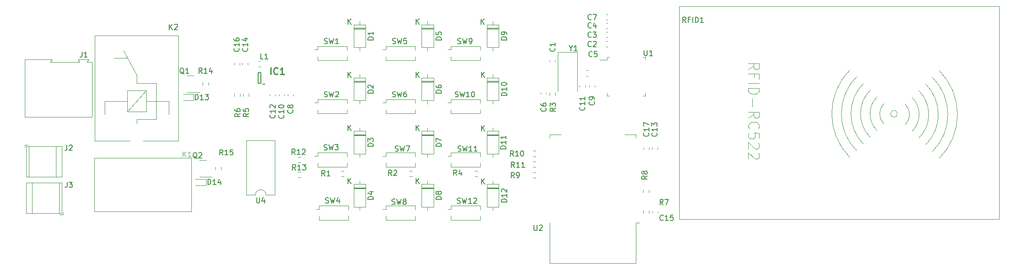
<source format=gbr>
%TF.GenerationSoftware,KiCad,Pcbnew,7.0.9*%
%TF.CreationDate,2023-12-04T18:13:03+01:00*%
%TF.ProjectId,projekt1,70726f6a-656b-4743-912e-6b696361645f,rev?*%
%TF.SameCoordinates,Original*%
%TF.FileFunction,Legend,Top*%
%TF.FilePolarity,Positive*%
%FSLAX46Y46*%
G04 Gerber Fmt 4.6, Leading zero omitted, Abs format (unit mm)*
G04 Created by KiCad (PCBNEW 7.0.9) date 2023-12-04 18:13:03*
%MOMM*%
%LPD*%
G01*
G04 APERTURE LIST*
%ADD10C,0.150000*%
%ADD11C,0.100000*%
%ADD12C,0.254000*%
%ADD13C,0.120000*%
%ADD14C,0.200000*%
G04 APERTURE END LIST*
D10*
X141040476Y-106757200D02*
X141183333Y-106804819D01*
X141183333Y-106804819D02*
X141421428Y-106804819D01*
X141421428Y-106804819D02*
X141516666Y-106757200D01*
X141516666Y-106757200D02*
X141564285Y-106709580D01*
X141564285Y-106709580D02*
X141611904Y-106614342D01*
X141611904Y-106614342D02*
X141611904Y-106519104D01*
X141611904Y-106519104D02*
X141564285Y-106423866D01*
X141564285Y-106423866D02*
X141516666Y-106376247D01*
X141516666Y-106376247D02*
X141421428Y-106328628D01*
X141421428Y-106328628D02*
X141230952Y-106281009D01*
X141230952Y-106281009D02*
X141135714Y-106233390D01*
X141135714Y-106233390D02*
X141088095Y-106185771D01*
X141088095Y-106185771D02*
X141040476Y-106090533D01*
X141040476Y-106090533D02*
X141040476Y-105995295D01*
X141040476Y-105995295D02*
X141088095Y-105900057D01*
X141088095Y-105900057D02*
X141135714Y-105852438D01*
X141135714Y-105852438D02*
X141230952Y-105804819D01*
X141230952Y-105804819D02*
X141469047Y-105804819D01*
X141469047Y-105804819D02*
X141611904Y-105852438D01*
X141945238Y-105804819D02*
X142183333Y-106804819D01*
X142183333Y-106804819D02*
X142373809Y-106090533D01*
X142373809Y-106090533D02*
X142564285Y-106804819D01*
X142564285Y-106804819D02*
X142802381Y-105804819D01*
X143707142Y-106804819D02*
X143135714Y-106804819D01*
X143421428Y-106804819D02*
X143421428Y-105804819D01*
X143421428Y-105804819D02*
X143326190Y-105947676D01*
X143326190Y-105947676D02*
X143230952Y-106042914D01*
X143230952Y-106042914D02*
X143135714Y-106090533D01*
X144659523Y-106804819D02*
X144088095Y-106804819D01*
X144373809Y-106804819D02*
X144373809Y-105804819D01*
X144373809Y-105804819D02*
X144278571Y-105947676D01*
X144278571Y-105947676D02*
X144183333Y-106042914D01*
X144183333Y-106042914D02*
X144088095Y-106090533D01*
X128666667Y-116737200D02*
X128809524Y-116784819D01*
X128809524Y-116784819D02*
X129047619Y-116784819D01*
X129047619Y-116784819D02*
X129142857Y-116737200D01*
X129142857Y-116737200D02*
X129190476Y-116689580D01*
X129190476Y-116689580D02*
X129238095Y-116594342D01*
X129238095Y-116594342D02*
X129238095Y-116499104D01*
X129238095Y-116499104D02*
X129190476Y-116403866D01*
X129190476Y-116403866D02*
X129142857Y-116356247D01*
X129142857Y-116356247D02*
X129047619Y-116308628D01*
X129047619Y-116308628D02*
X128857143Y-116261009D01*
X128857143Y-116261009D02*
X128761905Y-116213390D01*
X128761905Y-116213390D02*
X128714286Y-116165771D01*
X128714286Y-116165771D02*
X128666667Y-116070533D01*
X128666667Y-116070533D02*
X128666667Y-115975295D01*
X128666667Y-115975295D02*
X128714286Y-115880057D01*
X128714286Y-115880057D02*
X128761905Y-115832438D01*
X128761905Y-115832438D02*
X128857143Y-115784819D01*
X128857143Y-115784819D02*
X129095238Y-115784819D01*
X129095238Y-115784819D02*
X129238095Y-115832438D01*
X129571429Y-115784819D02*
X129809524Y-116784819D01*
X129809524Y-116784819D02*
X130000000Y-116070533D01*
X130000000Y-116070533D02*
X130190476Y-116784819D01*
X130190476Y-116784819D02*
X130428572Y-115784819D01*
X130952381Y-116213390D02*
X130857143Y-116165771D01*
X130857143Y-116165771D02*
X130809524Y-116118152D01*
X130809524Y-116118152D02*
X130761905Y-116022914D01*
X130761905Y-116022914D02*
X130761905Y-115975295D01*
X130761905Y-115975295D02*
X130809524Y-115880057D01*
X130809524Y-115880057D02*
X130857143Y-115832438D01*
X130857143Y-115832438D02*
X130952381Y-115784819D01*
X130952381Y-115784819D02*
X131142857Y-115784819D01*
X131142857Y-115784819D02*
X131238095Y-115832438D01*
X131238095Y-115832438D02*
X131285714Y-115880057D01*
X131285714Y-115880057D02*
X131333333Y-115975295D01*
X131333333Y-115975295D02*
X131333333Y-116022914D01*
X131333333Y-116022914D02*
X131285714Y-116118152D01*
X131285714Y-116118152D02*
X131238095Y-116165771D01*
X131238095Y-116165771D02*
X131142857Y-116213390D01*
X131142857Y-116213390D02*
X130952381Y-116213390D01*
X130952381Y-116213390D02*
X130857143Y-116261009D01*
X130857143Y-116261009D02*
X130809524Y-116308628D01*
X130809524Y-116308628D02*
X130761905Y-116403866D01*
X130761905Y-116403866D02*
X130761905Y-116594342D01*
X130761905Y-116594342D02*
X130809524Y-116689580D01*
X130809524Y-116689580D02*
X130857143Y-116737200D01*
X130857143Y-116737200D02*
X130952381Y-116784819D01*
X130952381Y-116784819D02*
X131142857Y-116784819D01*
X131142857Y-116784819D02*
X131238095Y-116737200D01*
X131238095Y-116737200D02*
X131285714Y-116689580D01*
X131285714Y-116689580D02*
X131333333Y-116594342D01*
X131333333Y-116594342D02*
X131333333Y-116403866D01*
X131333333Y-116403866D02*
X131285714Y-116308628D01*
X131285714Y-116308628D02*
X131238095Y-116261009D01*
X131238095Y-116261009D02*
X131142857Y-116213390D01*
X110009580Y-99006666D02*
X110057200Y-99054285D01*
X110057200Y-99054285D02*
X110104819Y-99197142D01*
X110104819Y-99197142D02*
X110104819Y-99292380D01*
X110104819Y-99292380D02*
X110057200Y-99435237D01*
X110057200Y-99435237D02*
X109961961Y-99530475D01*
X109961961Y-99530475D02*
X109866723Y-99578094D01*
X109866723Y-99578094D02*
X109676247Y-99625713D01*
X109676247Y-99625713D02*
X109533390Y-99625713D01*
X109533390Y-99625713D02*
X109342914Y-99578094D01*
X109342914Y-99578094D02*
X109247676Y-99530475D01*
X109247676Y-99530475D02*
X109152438Y-99435237D01*
X109152438Y-99435237D02*
X109104819Y-99292380D01*
X109104819Y-99292380D02*
X109104819Y-99197142D01*
X109104819Y-99197142D02*
X109152438Y-99054285D01*
X109152438Y-99054285D02*
X109200057Y-99006666D01*
X109533390Y-98435237D02*
X109485771Y-98530475D01*
X109485771Y-98530475D02*
X109438152Y-98578094D01*
X109438152Y-98578094D02*
X109342914Y-98625713D01*
X109342914Y-98625713D02*
X109295295Y-98625713D01*
X109295295Y-98625713D02*
X109200057Y-98578094D01*
X109200057Y-98578094D02*
X109152438Y-98530475D01*
X109152438Y-98530475D02*
X109104819Y-98435237D01*
X109104819Y-98435237D02*
X109104819Y-98244761D01*
X109104819Y-98244761D02*
X109152438Y-98149523D01*
X109152438Y-98149523D02*
X109200057Y-98101904D01*
X109200057Y-98101904D02*
X109295295Y-98054285D01*
X109295295Y-98054285D02*
X109342914Y-98054285D01*
X109342914Y-98054285D02*
X109438152Y-98101904D01*
X109438152Y-98101904D02*
X109485771Y-98149523D01*
X109485771Y-98149523D02*
X109533390Y-98244761D01*
X109533390Y-98244761D02*
X109533390Y-98435237D01*
X109533390Y-98435237D02*
X109581009Y-98530475D01*
X109581009Y-98530475D02*
X109628628Y-98578094D01*
X109628628Y-98578094D02*
X109723866Y-98625713D01*
X109723866Y-98625713D02*
X109914342Y-98625713D01*
X109914342Y-98625713D02*
X110009580Y-98578094D01*
X110009580Y-98578094D02*
X110057200Y-98530475D01*
X110057200Y-98530475D02*
X110104819Y-98435237D01*
X110104819Y-98435237D02*
X110104819Y-98244761D01*
X110104819Y-98244761D02*
X110057200Y-98149523D01*
X110057200Y-98149523D02*
X110009580Y-98101904D01*
X110009580Y-98101904D02*
X109914342Y-98054285D01*
X109914342Y-98054285D02*
X109723866Y-98054285D01*
X109723866Y-98054285D02*
X109628628Y-98101904D01*
X109628628Y-98101904D02*
X109581009Y-98149523D01*
X109581009Y-98149523D02*
X109533390Y-98244761D01*
X155338095Y-120694819D02*
X155338095Y-121504342D01*
X155338095Y-121504342D02*
X155385714Y-121599580D01*
X155385714Y-121599580D02*
X155433333Y-121647200D01*
X155433333Y-121647200D02*
X155528571Y-121694819D01*
X155528571Y-121694819D02*
X155719047Y-121694819D01*
X155719047Y-121694819D02*
X155814285Y-121647200D01*
X155814285Y-121647200D02*
X155861904Y-121599580D01*
X155861904Y-121599580D02*
X155909523Y-121504342D01*
X155909523Y-121504342D02*
X155909523Y-120694819D01*
X156338095Y-120790057D02*
X156385714Y-120742438D01*
X156385714Y-120742438D02*
X156480952Y-120694819D01*
X156480952Y-120694819D02*
X156719047Y-120694819D01*
X156719047Y-120694819D02*
X156814285Y-120742438D01*
X156814285Y-120742438D02*
X156861904Y-120790057D01*
X156861904Y-120790057D02*
X156909523Y-120885295D01*
X156909523Y-120885295D02*
X156909523Y-120980533D01*
X156909523Y-120980533D02*
X156861904Y-121123390D01*
X156861904Y-121123390D02*
X156290476Y-121694819D01*
X156290476Y-121694819D02*
X156909523Y-121694819D01*
X164759580Y-98457857D02*
X164807200Y-98505476D01*
X164807200Y-98505476D02*
X164854819Y-98648333D01*
X164854819Y-98648333D02*
X164854819Y-98743571D01*
X164854819Y-98743571D02*
X164807200Y-98886428D01*
X164807200Y-98886428D02*
X164711961Y-98981666D01*
X164711961Y-98981666D02*
X164616723Y-99029285D01*
X164616723Y-99029285D02*
X164426247Y-99076904D01*
X164426247Y-99076904D02*
X164283390Y-99076904D01*
X164283390Y-99076904D02*
X164092914Y-99029285D01*
X164092914Y-99029285D02*
X163997676Y-98981666D01*
X163997676Y-98981666D02*
X163902438Y-98886428D01*
X163902438Y-98886428D02*
X163854819Y-98743571D01*
X163854819Y-98743571D02*
X163854819Y-98648333D01*
X163854819Y-98648333D02*
X163902438Y-98505476D01*
X163902438Y-98505476D02*
X163950057Y-98457857D01*
X164854819Y-97505476D02*
X164854819Y-98076904D01*
X164854819Y-97791190D02*
X163854819Y-97791190D01*
X163854819Y-97791190D02*
X163997676Y-97886428D01*
X163997676Y-97886428D02*
X164092914Y-97981666D01*
X164092914Y-97981666D02*
X164140533Y-98076904D01*
X164854819Y-96553095D02*
X164854819Y-97124523D01*
X164854819Y-96838809D02*
X163854819Y-96838809D01*
X163854819Y-96838809D02*
X163997676Y-96934047D01*
X163997676Y-96934047D02*
X164092914Y-97029285D01*
X164092914Y-97029285D02*
X164140533Y-97124523D01*
X104533333Y-89394819D02*
X104057143Y-89394819D01*
X104057143Y-89394819D02*
X104057143Y-88394819D01*
X105390476Y-89394819D02*
X104819048Y-89394819D01*
X105104762Y-89394819D02*
X105104762Y-88394819D01*
X105104762Y-88394819D02*
X105009524Y-88537676D01*
X105009524Y-88537676D02*
X104914286Y-88632914D01*
X104914286Y-88632914D02*
X104819048Y-88680533D01*
X166063333Y-81939580D02*
X166015714Y-81987200D01*
X166015714Y-81987200D02*
X165872857Y-82034819D01*
X165872857Y-82034819D02*
X165777619Y-82034819D01*
X165777619Y-82034819D02*
X165634762Y-81987200D01*
X165634762Y-81987200D02*
X165539524Y-81891961D01*
X165539524Y-81891961D02*
X165491905Y-81796723D01*
X165491905Y-81796723D02*
X165444286Y-81606247D01*
X165444286Y-81606247D02*
X165444286Y-81463390D01*
X165444286Y-81463390D02*
X165491905Y-81272914D01*
X165491905Y-81272914D02*
X165539524Y-81177676D01*
X165539524Y-81177676D02*
X165634762Y-81082438D01*
X165634762Y-81082438D02*
X165777619Y-81034819D01*
X165777619Y-81034819D02*
X165872857Y-81034819D01*
X165872857Y-81034819D02*
X166015714Y-81082438D01*
X166015714Y-81082438D02*
X166063333Y-81130057D01*
X166396667Y-81034819D02*
X167063333Y-81034819D01*
X167063333Y-81034819D02*
X166634762Y-82034819D01*
X86911905Y-83894819D02*
X86911905Y-82894819D01*
X87483333Y-83894819D02*
X87054762Y-83323390D01*
X87483333Y-82894819D02*
X86911905Y-83466247D01*
X87864286Y-82990057D02*
X87911905Y-82942438D01*
X87911905Y-82942438D02*
X88007143Y-82894819D01*
X88007143Y-82894819D02*
X88245238Y-82894819D01*
X88245238Y-82894819D02*
X88340476Y-82942438D01*
X88340476Y-82942438D02*
X88388095Y-82990057D01*
X88388095Y-82990057D02*
X88435714Y-83085295D01*
X88435714Y-83085295D02*
X88435714Y-83180533D01*
X88435714Y-83180533D02*
X88388095Y-83323390D01*
X88388095Y-83323390D02*
X87816667Y-83894819D01*
X87816667Y-83894819D02*
X88435714Y-83894819D01*
X115976667Y-86517200D02*
X116119524Y-86564819D01*
X116119524Y-86564819D02*
X116357619Y-86564819D01*
X116357619Y-86564819D02*
X116452857Y-86517200D01*
X116452857Y-86517200D02*
X116500476Y-86469580D01*
X116500476Y-86469580D02*
X116548095Y-86374342D01*
X116548095Y-86374342D02*
X116548095Y-86279104D01*
X116548095Y-86279104D02*
X116500476Y-86183866D01*
X116500476Y-86183866D02*
X116452857Y-86136247D01*
X116452857Y-86136247D02*
X116357619Y-86088628D01*
X116357619Y-86088628D02*
X116167143Y-86041009D01*
X116167143Y-86041009D02*
X116071905Y-85993390D01*
X116071905Y-85993390D02*
X116024286Y-85945771D01*
X116024286Y-85945771D02*
X115976667Y-85850533D01*
X115976667Y-85850533D02*
X115976667Y-85755295D01*
X115976667Y-85755295D02*
X116024286Y-85660057D01*
X116024286Y-85660057D02*
X116071905Y-85612438D01*
X116071905Y-85612438D02*
X116167143Y-85564819D01*
X116167143Y-85564819D02*
X116405238Y-85564819D01*
X116405238Y-85564819D02*
X116548095Y-85612438D01*
X116881429Y-85564819D02*
X117119524Y-86564819D01*
X117119524Y-86564819D02*
X117310000Y-85850533D01*
X117310000Y-85850533D02*
X117500476Y-86564819D01*
X117500476Y-86564819D02*
X117738572Y-85564819D01*
X118643333Y-86564819D02*
X118071905Y-86564819D01*
X118357619Y-86564819D02*
X118357619Y-85564819D01*
X118357619Y-85564819D02*
X118262381Y-85707676D01*
X118262381Y-85707676D02*
X118167143Y-85802914D01*
X118167143Y-85802914D02*
X118071905Y-85850533D01*
X150054819Y-106344285D02*
X149054819Y-106344285D01*
X149054819Y-106344285D02*
X149054819Y-106106190D01*
X149054819Y-106106190D02*
X149102438Y-105963333D01*
X149102438Y-105963333D02*
X149197676Y-105868095D01*
X149197676Y-105868095D02*
X149292914Y-105820476D01*
X149292914Y-105820476D02*
X149483390Y-105772857D01*
X149483390Y-105772857D02*
X149626247Y-105772857D01*
X149626247Y-105772857D02*
X149816723Y-105820476D01*
X149816723Y-105820476D02*
X149911961Y-105868095D01*
X149911961Y-105868095D02*
X150007200Y-105963333D01*
X150007200Y-105963333D02*
X150054819Y-106106190D01*
X150054819Y-106106190D02*
X150054819Y-106344285D01*
X150054819Y-104820476D02*
X150054819Y-105391904D01*
X150054819Y-105106190D02*
X149054819Y-105106190D01*
X149054819Y-105106190D02*
X149197676Y-105201428D01*
X149197676Y-105201428D02*
X149292914Y-105296666D01*
X149292914Y-105296666D02*
X149340533Y-105391904D01*
X150054819Y-103868095D02*
X150054819Y-104439523D01*
X150054819Y-104153809D02*
X149054819Y-104153809D01*
X149054819Y-104153809D02*
X149197676Y-104249047D01*
X149197676Y-104249047D02*
X149292914Y-104344285D01*
X149292914Y-104344285D02*
X149340533Y-104439523D01*
X145488095Y-102944819D02*
X145488095Y-101944819D01*
X146059523Y-102944819D02*
X145630952Y-102373390D01*
X146059523Y-101944819D02*
X145488095Y-102516247D01*
X128766667Y-86517200D02*
X128909524Y-86564819D01*
X128909524Y-86564819D02*
X129147619Y-86564819D01*
X129147619Y-86564819D02*
X129242857Y-86517200D01*
X129242857Y-86517200D02*
X129290476Y-86469580D01*
X129290476Y-86469580D02*
X129338095Y-86374342D01*
X129338095Y-86374342D02*
X129338095Y-86279104D01*
X129338095Y-86279104D02*
X129290476Y-86183866D01*
X129290476Y-86183866D02*
X129242857Y-86136247D01*
X129242857Y-86136247D02*
X129147619Y-86088628D01*
X129147619Y-86088628D02*
X128957143Y-86041009D01*
X128957143Y-86041009D02*
X128861905Y-85993390D01*
X128861905Y-85993390D02*
X128814286Y-85945771D01*
X128814286Y-85945771D02*
X128766667Y-85850533D01*
X128766667Y-85850533D02*
X128766667Y-85755295D01*
X128766667Y-85755295D02*
X128814286Y-85660057D01*
X128814286Y-85660057D02*
X128861905Y-85612438D01*
X128861905Y-85612438D02*
X128957143Y-85564819D01*
X128957143Y-85564819D02*
X129195238Y-85564819D01*
X129195238Y-85564819D02*
X129338095Y-85612438D01*
X129671429Y-85564819D02*
X129909524Y-86564819D01*
X129909524Y-86564819D02*
X130100000Y-85850533D01*
X130100000Y-85850533D02*
X130290476Y-86564819D01*
X130290476Y-86564819D02*
X130528572Y-85564819D01*
X131385714Y-85564819D02*
X130909524Y-85564819D01*
X130909524Y-85564819D02*
X130861905Y-86041009D01*
X130861905Y-86041009D02*
X130909524Y-85993390D01*
X130909524Y-85993390D02*
X131004762Y-85945771D01*
X131004762Y-85945771D02*
X131242857Y-85945771D01*
X131242857Y-85945771D02*
X131338095Y-85993390D01*
X131338095Y-85993390D02*
X131385714Y-86041009D01*
X131385714Y-86041009D02*
X131433333Y-86136247D01*
X131433333Y-86136247D02*
X131433333Y-86374342D01*
X131433333Y-86374342D02*
X131385714Y-86469580D01*
X131385714Y-86469580D02*
X131338095Y-86517200D01*
X131338095Y-86517200D02*
X131242857Y-86564819D01*
X131242857Y-86564819D02*
X131004762Y-86564819D01*
X131004762Y-86564819D02*
X130909524Y-86517200D01*
X130909524Y-86517200D02*
X130861905Y-86469580D01*
X176559819Y-111456666D02*
X176083628Y-111789999D01*
X176559819Y-112028094D02*
X175559819Y-112028094D01*
X175559819Y-112028094D02*
X175559819Y-111647142D01*
X175559819Y-111647142D02*
X175607438Y-111551904D01*
X175607438Y-111551904D02*
X175655057Y-111504285D01*
X175655057Y-111504285D02*
X175750295Y-111456666D01*
X175750295Y-111456666D02*
X175893152Y-111456666D01*
X175893152Y-111456666D02*
X175988390Y-111504285D01*
X175988390Y-111504285D02*
X176036009Y-111551904D01*
X176036009Y-111551904D02*
X176083628Y-111647142D01*
X176083628Y-111647142D02*
X176083628Y-112028094D01*
X175988390Y-110885237D02*
X175940771Y-110980475D01*
X175940771Y-110980475D02*
X175893152Y-111028094D01*
X175893152Y-111028094D02*
X175797914Y-111075713D01*
X175797914Y-111075713D02*
X175750295Y-111075713D01*
X175750295Y-111075713D02*
X175655057Y-111028094D01*
X175655057Y-111028094D02*
X175607438Y-110980475D01*
X175607438Y-110980475D02*
X175559819Y-110885237D01*
X175559819Y-110885237D02*
X175559819Y-110694761D01*
X175559819Y-110694761D02*
X175607438Y-110599523D01*
X175607438Y-110599523D02*
X175655057Y-110551904D01*
X175655057Y-110551904D02*
X175750295Y-110504285D01*
X175750295Y-110504285D02*
X175797914Y-110504285D01*
X175797914Y-110504285D02*
X175893152Y-110551904D01*
X175893152Y-110551904D02*
X175940771Y-110599523D01*
X175940771Y-110599523D02*
X175988390Y-110694761D01*
X175988390Y-110694761D02*
X175988390Y-110885237D01*
X175988390Y-110885237D02*
X176036009Y-110980475D01*
X176036009Y-110980475D02*
X176083628Y-111028094D01*
X176083628Y-111028094D02*
X176178866Y-111075713D01*
X176178866Y-111075713D02*
X176369342Y-111075713D01*
X176369342Y-111075713D02*
X176464580Y-111028094D01*
X176464580Y-111028094D02*
X176512200Y-110980475D01*
X176512200Y-110980475D02*
X176559819Y-110885237D01*
X176559819Y-110885237D02*
X176559819Y-110694761D01*
X176559819Y-110694761D02*
X176512200Y-110599523D01*
X176512200Y-110599523D02*
X176464580Y-110551904D01*
X176464580Y-110551904D02*
X176369342Y-110504285D01*
X176369342Y-110504285D02*
X176178866Y-110504285D01*
X176178866Y-110504285D02*
X176083628Y-110551904D01*
X176083628Y-110551904D02*
X176036009Y-110599523D01*
X176036009Y-110599523D02*
X175988390Y-110694761D01*
X179533333Y-116829819D02*
X179200000Y-116353628D01*
X178961905Y-116829819D02*
X178961905Y-115829819D01*
X178961905Y-115829819D02*
X179342857Y-115829819D01*
X179342857Y-115829819D02*
X179438095Y-115877438D01*
X179438095Y-115877438D02*
X179485714Y-115925057D01*
X179485714Y-115925057D02*
X179533333Y-116020295D01*
X179533333Y-116020295D02*
X179533333Y-116163152D01*
X179533333Y-116163152D02*
X179485714Y-116258390D01*
X179485714Y-116258390D02*
X179438095Y-116306009D01*
X179438095Y-116306009D02*
X179342857Y-116353628D01*
X179342857Y-116353628D02*
X178961905Y-116353628D01*
X179866667Y-115829819D02*
X180533333Y-115829819D01*
X180533333Y-115829819D02*
X180104762Y-116829819D01*
X159159580Y-87356666D02*
X159207200Y-87404285D01*
X159207200Y-87404285D02*
X159254819Y-87547142D01*
X159254819Y-87547142D02*
X159254819Y-87642380D01*
X159254819Y-87642380D02*
X159207200Y-87785237D01*
X159207200Y-87785237D02*
X159111961Y-87880475D01*
X159111961Y-87880475D02*
X159016723Y-87928094D01*
X159016723Y-87928094D02*
X158826247Y-87975713D01*
X158826247Y-87975713D02*
X158683390Y-87975713D01*
X158683390Y-87975713D02*
X158492914Y-87928094D01*
X158492914Y-87928094D02*
X158397676Y-87880475D01*
X158397676Y-87880475D02*
X158302438Y-87785237D01*
X158302438Y-87785237D02*
X158254819Y-87642380D01*
X158254819Y-87642380D02*
X158254819Y-87547142D01*
X158254819Y-87547142D02*
X158302438Y-87404285D01*
X158302438Y-87404285D02*
X158350057Y-87356666D01*
X159254819Y-86404285D02*
X159254819Y-86975713D01*
X159254819Y-86689999D02*
X158254819Y-86689999D01*
X158254819Y-86689999D02*
X158397676Y-86785237D01*
X158397676Y-86785237D02*
X158492914Y-86880475D01*
X158492914Y-86880475D02*
X158540533Y-86975713D01*
X67691666Y-105629819D02*
X67691666Y-106344104D01*
X67691666Y-106344104D02*
X67644047Y-106486961D01*
X67644047Y-106486961D02*
X67548809Y-106582200D01*
X67548809Y-106582200D02*
X67405952Y-106629819D01*
X67405952Y-106629819D02*
X67310714Y-106629819D01*
X68120238Y-105725057D02*
X68167857Y-105677438D01*
X68167857Y-105677438D02*
X68263095Y-105629819D01*
X68263095Y-105629819D02*
X68501190Y-105629819D01*
X68501190Y-105629819D02*
X68596428Y-105677438D01*
X68596428Y-105677438D02*
X68644047Y-105725057D01*
X68644047Y-105725057D02*
X68691666Y-105820295D01*
X68691666Y-105820295D02*
X68691666Y-105915533D01*
X68691666Y-105915533D02*
X68644047Y-106058390D01*
X68644047Y-106058390D02*
X68072619Y-106629819D01*
X68072619Y-106629819D02*
X68691666Y-106629819D01*
X116108333Y-111404819D02*
X115775000Y-110928628D01*
X115536905Y-111404819D02*
X115536905Y-110404819D01*
X115536905Y-110404819D02*
X115917857Y-110404819D01*
X115917857Y-110404819D02*
X116013095Y-110452438D01*
X116013095Y-110452438D02*
X116060714Y-110500057D01*
X116060714Y-110500057D02*
X116108333Y-110595295D01*
X116108333Y-110595295D02*
X116108333Y-110738152D01*
X116108333Y-110738152D02*
X116060714Y-110833390D01*
X116060714Y-110833390D02*
X116013095Y-110881009D01*
X116013095Y-110881009D02*
X115917857Y-110928628D01*
X115917857Y-110928628D02*
X115536905Y-110928628D01*
X117060714Y-111404819D02*
X116489286Y-111404819D01*
X116775000Y-111404819D02*
X116775000Y-110404819D01*
X116775000Y-110404819D02*
X116679762Y-110547676D01*
X116679762Y-110547676D02*
X116584524Y-110642914D01*
X116584524Y-110642914D02*
X116489286Y-110690533D01*
X175988095Y-87794819D02*
X175988095Y-88604342D01*
X175988095Y-88604342D02*
X176035714Y-88699580D01*
X176035714Y-88699580D02*
X176083333Y-88747200D01*
X176083333Y-88747200D02*
X176178571Y-88794819D01*
X176178571Y-88794819D02*
X176369047Y-88794819D01*
X176369047Y-88794819D02*
X176464285Y-88747200D01*
X176464285Y-88747200D02*
X176511904Y-88699580D01*
X176511904Y-88699580D02*
X176559523Y-88604342D01*
X176559523Y-88604342D02*
X176559523Y-87794819D01*
X177559523Y-88794819D02*
X176988095Y-88794819D01*
X177273809Y-88794819D02*
X177273809Y-87794819D01*
X177273809Y-87794819D02*
X177178571Y-87937676D01*
X177178571Y-87937676D02*
X177083333Y-88032914D01*
X177083333Y-88032914D02*
X176988095Y-88080533D01*
X179557142Y-119699580D02*
X179509523Y-119747200D01*
X179509523Y-119747200D02*
X179366666Y-119794819D01*
X179366666Y-119794819D02*
X179271428Y-119794819D01*
X179271428Y-119794819D02*
X179128571Y-119747200D01*
X179128571Y-119747200D02*
X179033333Y-119651961D01*
X179033333Y-119651961D02*
X178985714Y-119556723D01*
X178985714Y-119556723D02*
X178938095Y-119366247D01*
X178938095Y-119366247D02*
X178938095Y-119223390D01*
X178938095Y-119223390D02*
X178985714Y-119032914D01*
X178985714Y-119032914D02*
X179033333Y-118937676D01*
X179033333Y-118937676D02*
X179128571Y-118842438D01*
X179128571Y-118842438D02*
X179271428Y-118794819D01*
X179271428Y-118794819D02*
X179366666Y-118794819D01*
X179366666Y-118794819D02*
X179509523Y-118842438D01*
X179509523Y-118842438D02*
X179557142Y-118890057D01*
X180509523Y-119794819D02*
X179938095Y-119794819D01*
X180223809Y-119794819D02*
X180223809Y-118794819D01*
X180223809Y-118794819D02*
X180128571Y-118937676D01*
X180128571Y-118937676D02*
X180033333Y-119032914D01*
X180033333Y-119032914D02*
X179938095Y-119080533D01*
X181414285Y-118794819D02*
X180938095Y-118794819D01*
X180938095Y-118794819D02*
X180890476Y-119271009D01*
X180890476Y-119271009D02*
X180938095Y-119223390D01*
X180938095Y-119223390D02*
X181033333Y-119175771D01*
X181033333Y-119175771D02*
X181271428Y-119175771D01*
X181271428Y-119175771D02*
X181366666Y-119223390D01*
X181366666Y-119223390D02*
X181414285Y-119271009D01*
X181414285Y-119271009D02*
X181461904Y-119366247D01*
X181461904Y-119366247D02*
X181461904Y-119604342D01*
X181461904Y-119604342D02*
X181414285Y-119699580D01*
X181414285Y-119699580D02*
X181366666Y-119747200D01*
X181366666Y-119747200D02*
X181271428Y-119794819D01*
X181271428Y-119794819D02*
X181033333Y-119794819D01*
X181033333Y-119794819D02*
X180938095Y-119747200D01*
X180938095Y-119747200D02*
X180890476Y-119699580D01*
X94135714Y-113044819D02*
X94135714Y-112044819D01*
X94135714Y-112044819D02*
X94373809Y-112044819D01*
X94373809Y-112044819D02*
X94516666Y-112092438D01*
X94516666Y-112092438D02*
X94611904Y-112187676D01*
X94611904Y-112187676D02*
X94659523Y-112282914D01*
X94659523Y-112282914D02*
X94707142Y-112473390D01*
X94707142Y-112473390D02*
X94707142Y-112616247D01*
X94707142Y-112616247D02*
X94659523Y-112806723D01*
X94659523Y-112806723D02*
X94611904Y-112901961D01*
X94611904Y-112901961D02*
X94516666Y-112997200D01*
X94516666Y-112997200D02*
X94373809Y-113044819D01*
X94373809Y-113044819D02*
X94135714Y-113044819D01*
X95659523Y-113044819D02*
X95088095Y-113044819D01*
X95373809Y-113044819D02*
X95373809Y-112044819D01*
X95373809Y-112044819D02*
X95278571Y-112187676D01*
X95278571Y-112187676D02*
X95183333Y-112282914D01*
X95183333Y-112282914D02*
X95088095Y-112330533D01*
X96516666Y-112378152D02*
X96516666Y-113044819D01*
X96278571Y-111997200D02*
X96040476Y-112711485D01*
X96040476Y-112711485D02*
X96659523Y-112711485D01*
X93057142Y-92094819D02*
X92723809Y-91618628D01*
X92485714Y-92094819D02*
X92485714Y-91094819D01*
X92485714Y-91094819D02*
X92866666Y-91094819D01*
X92866666Y-91094819D02*
X92961904Y-91142438D01*
X92961904Y-91142438D02*
X93009523Y-91190057D01*
X93009523Y-91190057D02*
X93057142Y-91285295D01*
X93057142Y-91285295D02*
X93057142Y-91428152D01*
X93057142Y-91428152D02*
X93009523Y-91523390D01*
X93009523Y-91523390D02*
X92961904Y-91571009D01*
X92961904Y-91571009D02*
X92866666Y-91618628D01*
X92866666Y-91618628D02*
X92485714Y-91618628D01*
X94009523Y-92094819D02*
X93438095Y-92094819D01*
X93723809Y-92094819D02*
X93723809Y-91094819D01*
X93723809Y-91094819D02*
X93628571Y-91237676D01*
X93628571Y-91237676D02*
X93533333Y-91332914D01*
X93533333Y-91332914D02*
X93438095Y-91380533D01*
X94866666Y-91428152D02*
X94866666Y-92094819D01*
X94628571Y-91047200D02*
X94390476Y-91761485D01*
X94390476Y-91761485D02*
X95009523Y-91761485D01*
X115926667Y-106497200D02*
X116069524Y-106544819D01*
X116069524Y-106544819D02*
X116307619Y-106544819D01*
X116307619Y-106544819D02*
X116402857Y-106497200D01*
X116402857Y-106497200D02*
X116450476Y-106449580D01*
X116450476Y-106449580D02*
X116498095Y-106354342D01*
X116498095Y-106354342D02*
X116498095Y-106259104D01*
X116498095Y-106259104D02*
X116450476Y-106163866D01*
X116450476Y-106163866D02*
X116402857Y-106116247D01*
X116402857Y-106116247D02*
X116307619Y-106068628D01*
X116307619Y-106068628D02*
X116117143Y-106021009D01*
X116117143Y-106021009D02*
X116021905Y-105973390D01*
X116021905Y-105973390D02*
X115974286Y-105925771D01*
X115974286Y-105925771D02*
X115926667Y-105830533D01*
X115926667Y-105830533D02*
X115926667Y-105735295D01*
X115926667Y-105735295D02*
X115974286Y-105640057D01*
X115974286Y-105640057D02*
X116021905Y-105592438D01*
X116021905Y-105592438D02*
X116117143Y-105544819D01*
X116117143Y-105544819D02*
X116355238Y-105544819D01*
X116355238Y-105544819D02*
X116498095Y-105592438D01*
X116831429Y-105544819D02*
X117069524Y-106544819D01*
X117069524Y-106544819D02*
X117260000Y-105830533D01*
X117260000Y-105830533D02*
X117450476Y-106544819D01*
X117450476Y-106544819D02*
X117688572Y-105544819D01*
X117974286Y-105544819D02*
X118593333Y-105544819D01*
X118593333Y-105544819D02*
X118260000Y-105925771D01*
X118260000Y-105925771D02*
X118402857Y-105925771D01*
X118402857Y-105925771D02*
X118498095Y-105973390D01*
X118498095Y-105973390D02*
X118545714Y-106021009D01*
X118545714Y-106021009D02*
X118593333Y-106116247D01*
X118593333Y-106116247D02*
X118593333Y-106354342D01*
X118593333Y-106354342D02*
X118545714Y-106449580D01*
X118545714Y-106449580D02*
X118498095Y-106497200D01*
X118498095Y-106497200D02*
X118402857Y-106544819D01*
X118402857Y-106544819D02*
X118117143Y-106544819D01*
X118117143Y-106544819D02*
X118021905Y-106497200D01*
X118021905Y-106497200D02*
X117974286Y-106449580D01*
X128633333Y-111354819D02*
X128300000Y-110878628D01*
X128061905Y-111354819D02*
X128061905Y-110354819D01*
X128061905Y-110354819D02*
X128442857Y-110354819D01*
X128442857Y-110354819D02*
X128538095Y-110402438D01*
X128538095Y-110402438D02*
X128585714Y-110450057D01*
X128585714Y-110450057D02*
X128633333Y-110545295D01*
X128633333Y-110545295D02*
X128633333Y-110688152D01*
X128633333Y-110688152D02*
X128585714Y-110783390D01*
X128585714Y-110783390D02*
X128538095Y-110831009D01*
X128538095Y-110831009D02*
X128442857Y-110878628D01*
X128442857Y-110878628D02*
X128061905Y-110878628D01*
X129014286Y-110450057D02*
X129061905Y-110402438D01*
X129061905Y-110402438D02*
X129157143Y-110354819D01*
X129157143Y-110354819D02*
X129395238Y-110354819D01*
X129395238Y-110354819D02*
X129490476Y-110402438D01*
X129490476Y-110402438D02*
X129538095Y-110450057D01*
X129538095Y-110450057D02*
X129585714Y-110545295D01*
X129585714Y-110545295D02*
X129585714Y-110640533D01*
X129585714Y-110640533D02*
X129538095Y-110783390D01*
X129538095Y-110783390D02*
X128966667Y-111354819D01*
X128966667Y-111354819D02*
X129585714Y-111354819D01*
X110607142Y-110294819D02*
X110273809Y-109818628D01*
X110035714Y-110294819D02*
X110035714Y-109294819D01*
X110035714Y-109294819D02*
X110416666Y-109294819D01*
X110416666Y-109294819D02*
X110511904Y-109342438D01*
X110511904Y-109342438D02*
X110559523Y-109390057D01*
X110559523Y-109390057D02*
X110607142Y-109485295D01*
X110607142Y-109485295D02*
X110607142Y-109628152D01*
X110607142Y-109628152D02*
X110559523Y-109723390D01*
X110559523Y-109723390D02*
X110511904Y-109771009D01*
X110511904Y-109771009D02*
X110416666Y-109818628D01*
X110416666Y-109818628D02*
X110035714Y-109818628D01*
X111559523Y-110294819D02*
X110988095Y-110294819D01*
X111273809Y-110294819D02*
X111273809Y-109294819D01*
X111273809Y-109294819D02*
X111178571Y-109437676D01*
X111178571Y-109437676D02*
X111083333Y-109532914D01*
X111083333Y-109532914D02*
X110988095Y-109580533D01*
X111892857Y-109294819D02*
X112511904Y-109294819D01*
X112511904Y-109294819D02*
X112178571Y-109675771D01*
X112178571Y-109675771D02*
X112321428Y-109675771D01*
X112321428Y-109675771D02*
X112416666Y-109723390D01*
X112416666Y-109723390D02*
X112464285Y-109771009D01*
X112464285Y-109771009D02*
X112511904Y-109866247D01*
X112511904Y-109866247D02*
X112511904Y-110104342D01*
X112511904Y-110104342D02*
X112464285Y-110199580D01*
X112464285Y-110199580D02*
X112416666Y-110247200D01*
X112416666Y-110247200D02*
X112321428Y-110294819D01*
X112321428Y-110294819D02*
X112035714Y-110294819D01*
X112035714Y-110294819D02*
X111940476Y-110247200D01*
X111940476Y-110247200D02*
X111892857Y-110199580D01*
X157509580Y-98656666D02*
X157557200Y-98704285D01*
X157557200Y-98704285D02*
X157604819Y-98847142D01*
X157604819Y-98847142D02*
X157604819Y-98942380D01*
X157604819Y-98942380D02*
X157557200Y-99085237D01*
X157557200Y-99085237D02*
X157461961Y-99180475D01*
X157461961Y-99180475D02*
X157366723Y-99228094D01*
X157366723Y-99228094D02*
X157176247Y-99275713D01*
X157176247Y-99275713D02*
X157033390Y-99275713D01*
X157033390Y-99275713D02*
X156842914Y-99228094D01*
X156842914Y-99228094D02*
X156747676Y-99180475D01*
X156747676Y-99180475D02*
X156652438Y-99085237D01*
X156652438Y-99085237D02*
X156604819Y-98942380D01*
X156604819Y-98942380D02*
X156604819Y-98847142D01*
X156604819Y-98847142D02*
X156652438Y-98704285D01*
X156652438Y-98704285D02*
X156700057Y-98656666D01*
X156604819Y-97799523D02*
X156604819Y-97989999D01*
X156604819Y-97989999D02*
X156652438Y-98085237D01*
X156652438Y-98085237D02*
X156700057Y-98132856D01*
X156700057Y-98132856D02*
X156842914Y-98228094D01*
X156842914Y-98228094D02*
X157033390Y-98275713D01*
X157033390Y-98275713D02*
X157414342Y-98275713D01*
X157414342Y-98275713D02*
X157509580Y-98228094D01*
X157509580Y-98228094D02*
X157557200Y-98180475D01*
X157557200Y-98180475D02*
X157604819Y-98085237D01*
X157604819Y-98085237D02*
X157604819Y-97894761D01*
X157604819Y-97894761D02*
X157557200Y-97799523D01*
X157557200Y-97799523D02*
X157509580Y-97751904D01*
X157509580Y-97751904D02*
X157414342Y-97704285D01*
X157414342Y-97704285D02*
X157176247Y-97704285D01*
X157176247Y-97704285D02*
X157081009Y-97751904D01*
X157081009Y-97751904D02*
X157033390Y-97799523D01*
X157033390Y-97799523D02*
X156985771Y-97894761D01*
X156985771Y-97894761D02*
X156985771Y-98085237D01*
X156985771Y-98085237D02*
X157033390Y-98180475D01*
X157033390Y-98180475D02*
X157081009Y-98228094D01*
X157081009Y-98228094D02*
X157176247Y-98275713D01*
X100204819Y-99706666D02*
X99728628Y-100039999D01*
X100204819Y-100278094D02*
X99204819Y-100278094D01*
X99204819Y-100278094D02*
X99204819Y-99897142D01*
X99204819Y-99897142D02*
X99252438Y-99801904D01*
X99252438Y-99801904D02*
X99300057Y-99754285D01*
X99300057Y-99754285D02*
X99395295Y-99706666D01*
X99395295Y-99706666D02*
X99538152Y-99706666D01*
X99538152Y-99706666D02*
X99633390Y-99754285D01*
X99633390Y-99754285D02*
X99681009Y-99801904D01*
X99681009Y-99801904D02*
X99728628Y-99897142D01*
X99728628Y-99897142D02*
X99728628Y-100278094D01*
X99204819Y-98849523D02*
X99204819Y-99039999D01*
X99204819Y-99039999D02*
X99252438Y-99135237D01*
X99252438Y-99135237D02*
X99300057Y-99182856D01*
X99300057Y-99182856D02*
X99442914Y-99278094D01*
X99442914Y-99278094D02*
X99633390Y-99325713D01*
X99633390Y-99325713D02*
X100014342Y-99325713D01*
X100014342Y-99325713D02*
X100109580Y-99278094D01*
X100109580Y-99278094D02*
X100157200Y-99230475D01*
X100157200Y-99230475D02*
X100204819Y-99135237D01*
X100204819Y-99135237D02*
X100204819Y-98944761D01*
X100204819Y-98944761D02*
X100157200Y-98849523D01*
X100157200Y-98849523D02*
X100109580Y-98801904D01*
X100109580Y-98801904D02*
X100014342Y-98754285D01*
X100014342Y-98754285D02*
X99776247Y-98754285D01*
X99776247Y-98754285D02*
X99681009Y-98801904D01*
X99681009Y-98801904D02*
X99633390Y-98849523D01*
X99633390Y-98849523D02*
X99585771Y-98944761D01*
X99585771Y-98944761D02*
X99585771Y-99135237D01*
X99585771Y-99135237D02*
X99633390Y-99230475D01*
X99633390Y-99230475D02*
X99681009Y-99278094D01*
X99681009Y-99278094D02*
X99776247Y-99325713D01*
D11*
X89436905Y-107832419D02*
X89436905Y-106832419D01*
X90008333Y-107832419D02*
X89579762Y-107260990D01*
X90008333Y-106832419D02*
X89436905Y-107403847D01*
X90960714Y-107832419D02*
X90389286Y-107832419D01*
X90675000Y-107832419D02*
X90675000Y-106832419D01*
X90675000Y-106832419D02*
X90579762Y-106975276D01*
X90579762Y-106975276D02*
X90484524Y-107070514D01*
X90484524Y-107070514D02*
X90389286Y-107118133D01*
D10*
X150174819Y-116334285D02*
X149174819Y-116334285D01*
X149174819Y-116334285D02*
X149174819Y-116096190D01*
X149174819Y-116096190D02*
X149222438Y-115953333D01*
X149222438Y-115953333D02*
X149317676Y-115858095D01*
X149317676Y-115858095D02*
X149412914Y-115810476D01*
X149412914Y-115810476D02*
X149603390Y-115762857D01*
X149603390Y-115762857D02*
X149746247Y-115762857D01*
X149746247Y-115762857D02*
X149936723Y-115810476D01*
X149936723Y-115810476D02*
X150031961Y-115858095D01*
X150031961Y-115858095D02*
X150127200Y-115953333D01*
X150127200Y-115953333D02*
X150174819Y-116096190D01*
X150174819Y-116096190D02*
X150174819Y-116334285D01*
X150174819Y-114810476D02*
X150174819Y-115381904D01*
X150174819Y-115096190D02*
X149174819Y-115096190D01*
X149174819Y-115096190D02*
X149317676Y-115191428D01*
X149317676Y-115191428D02*
X149412914Y-115286666D01*
X149412914Y-115286666D02*
X149460533Y-115381904D01*
X149270057Y-114429523D02*
X149222438Y-114381904D01*
X149222438Y-114381904D02*
X149174819Y-114286666D01*
X149174819Y-114286666D02*
X149174819Y-114048571D01*
X149174819Y-114048571D02*
X149222438Y-113953333D01*
X149222438Y-113953333D02*
X149270057Y-113905714D01*
X149270057Y-113905714D02*
X149365295Y-113858095D01*
X149365295Y-113858095D02*
X149460533Y-113858095D01*
X149460533Y-113858095D02*
X149603390Y-113905714D01*
X149603390Y-113905714D02*
X150174819Y-114477142D01*
X150174819Y-114477142D02*
X150174819Y-113858095D01*
X145488095Y-112934819D02*
X145488095Y-111934819D01*
X146059523Y-112934819D02*
X145630952Y-112363390D01*
X146059523Y-111934819D02*
X145488095Y-112506247D01*
X106659580Y-99932857D02*
X106707200Y-99980476D01*
X106707200Y-99980476D02*
X106754819Y-100123333D01*
X106754819Y-100123333D02*
X106754819Y-100218571D01*
X106754819Y-100218571D02*
X106707200Y-100361428D01*
X106707200Y-100361428D02*
X106611961Y-100456666D01*
X106611961Y-100456666D02*
X106516723Y-100504285D01*
X106516723Y-100504285D02*
X106326247Y-100551904D01*
X106326247Y-100551904D02*
X106183390Y-100551904D01*
X106183390Y-100551904D02*
X105992914Y-100504285D01*
X105992914Y-100504285D02*
X105897676Y-100456666D01*
X105897676Y-100456666D02*
X105802438Y-100361428D01*
X105802438Y-100361428D02*
X105754819Y-100218571D01*
X105754819Y-100218571D02*
X105754819Y-100123333D01*
X105754819Y-100123333D02*
X105802438Y-99980476D01*
X105802438Y-99980476D02*
X105850057Y-99932857D01*
X106754819Y-98980476D02*
X106754819Y-99551904D01*
X106754819Y-99266190D02*
X105754819Y-99266190D01*
X105754819Y-99266190D02*
X105897676Y-99361428D01*
X105897676Y-99361428D02*
X105992914Y-99456666D01*
X105992914Y-99456666D02*
X106040533Y-99551904D01*
X105850057Y-98599523D02*
X105802438Y-98551904D01*
X105802438Y-98551904D02*
X105754819Y-98456666D01*
X105754819Y-98456666D02*
X105754819Y-98218571D01*
X105754819Y-98218571D02*
X105802438Y-98123333D01*
X105802438Y-98123333D02*
X105850057Y-98075714D01*
X105850057Y-98075714D02*
X105945295Y-98028095D01*
X105945295Y-98028095D02*
X106040533Y-98028095D01*
X106040533Y-98028095D02*
X106183390Y-98075714D01*
X106183390Y-98075714D02*
X106754819Y-98647142D01*
X106754819Y-98647142D02*
X106754819Y-98028095D01*
X115976667Y-96517200D02*
X116119524Y-96564819D01*
X116119524Y-96564819D02*
X116357619Y-96564819D01*
X116357619Y-96564819D02*
X116452857Y-96517200D01*
X116452857Y-96517200D02*
X116500476Y-96469580D01*
X116500476Y-96469580D02*
X116548095Y-96374342D01*
X116548095Y-96374342D02*
X116548095Y-96279104D01*
X116548095Y-96279104D02*
X116500476Y-96183866D01*
X116500476Y-96183866D02*
X116452857Y-96136247D01*
X116452857Y-96136247D02*
X116357619Y-96088628D01*
X116357619Y-96088628D02*
X116167143Y-96041009D01*
X116167143Y-96041009D02*
X116071905Y-95993390D01*
X116071905Y-95993390D02*
X116024286Y-95945771D01*
X116024286Y-95945771D02*
X115976667Y-95850533D01*
X115976667Y-95850533D02*
X115976667Y-95755295D01*
X115976667Y-95755295D02*
X116024286Y-95660057D01*
X116024286Y-95660057D02*
X116071905Y-95612438D01*
X116071905Y-95612438D02*
X116167143Y-95564819D01*
X116167143Y-95564819D02*
X116405238Y-95564819D01*
X116405238Y-95564819D02*
X116548095Y-95612438D01*
X116881429Y-95564819D02*
X117119524Y-96564819D01*
X117119524Y-96564819D02*
X117310000Y-95850533D01*
X117310000Y-95850533D02*
X117500476Y-96564819D01*
X117500476Y-96564819D02*
X117738572Y-95564819D01*
X118071905Y-95660057D02*
X118119524Y-95612438D01*
X118119524Y-95612438D02*
X118214762Y-95564819D01*
X118214762Y-95564819D02*
X118452857Y-95564819D01*
X118452857Y-95564819D02*
X118548095Y-95612438D01*
X118548095Y-95612438D02*
X118595714Y-95660057D01*
X118595714Y-95660057D02*
X118643333Y-95755295D01*
X118643333Y-95755295D02*
X118643333Y-95850533D01*
X118643333Y-95850533D02*
X118595714Y-95993390D01*
X118595714Y-95993390D02*
X118024286Y-96564819D01*
X118024286Y-96564819D02*
X118643333Y-96564819D01*
X116211667Y-116487200D02*
X116354524Y-116534819D01*
X116354524Y-116534819D02*
X116592619Y-116534819D01*
X116592619Y-116534819D02*
X116687857Y-116487200D01*
X116687857Y-116487200D02*
X116735476Y-116439580D01*
X116735476Y-116439580D02*
X116783095Y-116344342D01*
X116783095Y-116344342D02*
X116783095Y-116249104D01*
X116783095Y-116249104D02*
X116735476Y-116153866D01*
X116735476Y-116153866D02*
X116687857Y-116106247D01*
X116687857Y-116106247D02*
X116592619Y-116058628D01*
X116592619Y-116058628D02*
X116402143Y-116011009D01*
X116402143Y-116011009D02*
X116306905Y-115963390D01*
X116306905Y-115963390D02*
X116259286Y-115915771D01*
X116259286Y-115915771D02*
X116211667Y-115820533D01*
X116211667Y-115820533D02*
X116211667Y-115725295D01*
X116211667Y-115725295D02*
X116259286Y-115630057D01*
X116259286Y-115630057D02*
X116306905Y-115582438D01*
X116306905Y-115582438D02*
X116402143Y-115534819D01*
X116402143Y-115534819D02*
X116640238Y-115534819D01*
X116640238Y-115534819D02*
X116783095Y-115582438D01*
X117116429Y-115534819D02*
X117354524Y-116534819D01*
X117354524Y-116534819D02*
X117545000Y-115820533D01*
X117545000Y-115820533D02*
X117735476Y-116534819D01*
X117735476Y-116534819D02*
X117973572Y-115534819D01*
X118783095Y-115868152D02*
X118783095Y-116534819D01*
X118545000Y-115487200D02*
X118306905Y-116201485D01*
X118306905Y-116201485D02*
X118925952Y-116201485D01*
X166559580Y-97481666D02*
X166607200Y-97529285D01*
X166607200Y-97529285D02*
X166654819Y-97672142D01*
X166654819Y-97672142D02*
X166654819Y-97767380D01*
X166654819Y-97767380D02*
X166607200Y-97910237D01*
X166607200Y-97910237D02*
X166511961Y-98005475D01*
X166511961Y-98005475D02*
X166416723Y-98053094D01*
X166416723Y-98053094D02*
X166226247Y-98100713D01*
X166226247Y-98100713D02*
X166083390Y-98100713D01*
X166083390Y-98100713D02*
X165892914Y-98053094D01*
X165892914Y-98053094D02*
X165797676Y-98005475D01*
X165797676Y-98005475D02*
X165702438Y-97910237D01*
X165702438Y-97910237D02*
X165654819Y-97767380D01*
X165654819Y-97767380D02*
X165654819Y-97672142D01*
X165654819Y-97672142D02*
X165702438Y-97529285D01*
X165702438Y-97529285D02*
X165750057Y-97481666D01*
X166654819Y-97005475D02*
X166654819Y-96814999D01*
X166654819Y-96814999D02*
X166607200Y-96719761D01*
X166607200Y-96719761D02*
X166559580Y-96672142D01*
X166559580Y-96672142D02*
X166416723Y-96576904D01*
X166416723Y-96576904D02*
X166226247Y-96529285D01*
X166226247Y-96529285D02*
X165845295Y-96529285D01*
X165845295Y-96529285D02*
X165750057Y-96576904D01*
X165750057Y-96576904D02*
X165702438Y-96624523D01*
X165702438Y-96624523D02*
X165654819Y-96719761D01*
X165654819Y-96719761D02*
X165654819Y-96910237D01*
X165654819Y-96910237D02*
X165702438Y-97005475D01*
X165702438Y-97005475D02*
X165750057Y-97053094D01*
X165750057Y-97053094D02*
X165845295Y-97100713D01*
X165845295Y-97100713D02*
X166083390Y-97100713D01*
X166083390Y-97100713D02*
X166178628Y-97053094D01*
X166178628Y-97053094D02*
X166226247Y-97005475D01*
X166226247Y-97005475D02*
X166273866Y-96910237D01*
X166273866Y-96910237D02*
X166273866Y-96719761D01*
X166273866Y-96719761D02*
X166226247Y-96624523D01*
X166226247Y-96624523D02*
X166178628Y-96576904D01*
X166178628Y-96576904D02*
X166083390Y-96529285D01*
X91765714Y-97094819D02*
X91765714Y-96094819D01*
X91765714Y-96094819D02*
X92003809Y-96094819D01*
X92003809Y-96094819D02*
X92146666Y-96142438D01*
X92146666Y-96142438D02*
X92241904Y-96237676D01*
X92241904Y-96237676D02*
X92289523Y-96332914D01*
X92289523Y-96332914D02*
X92337142Y-96523390D01*
X92337142Y-96523390D02*
X92337142Y-96666247D01*
X92337142Y-96666247D02*
X92289523Y-96856723D01*
X92289523Y-96856723D02*
X92241904Y-96951961D01*
X92241904Y-96951961D02*
X92146666Y-97047200D01*
X92146666Y-97047200D02*
X92003809Y-97094819D01*
X92003809Y-97094819D02*
X91765714Y-97094819D01*
X93289523Y-97094819D02*
X92718095Y-97094819D01*
X93003809Y-97094819D02*
X93003809Y-96094819D01*
X93003809Y-96094819D02*
X92908571Y-96237676D01*
X92908571Y-96237676D02*
X92813333Y-96332914D01*
X92813333Y-96332914D02*
X92718095Y-96380533D01*
X93622857Y-96094819D02*
X94241904Y-96094819D01*
X94241904Y-96094819D02*
X93908571Y-96475771D01*
X93908571Y-96475771D02*
X94051428Y-96475771D01*
X94051428Y-96475771D02*
X94146666Y-96523390D01*
X94146666Y-96523390D02*
X94194285Y-96571009D01*
X94194285Y-96571009D02*
X94241904Y-96666247D01*
X94241904Y-96666247D02*
X94241904Y-96904342D01*
X94241904Y-96904342D02*
X94194285Y-96999580D01*
X94194285Y-96999580D02*
X94146666Y-97047200D01*
X94146666Y-97047200D02*
X94051428Y-97094819D01*
X94051428Y-97094819D02*
X93765714Y-97094819D01*
X93765714Y-97094819D02*
X93670476Y-97047200D01*
X93670476Y-97047200D02*
X93622857Y-96999580D01*
X99909580Y-87382857D02*
X99957200Y-87430476D01*
X99957200Y-87430476D02*
X100004819Y-87573333D01*
X100004819Y-87573333D02*
X100004819Y-87668571D01*
X100004819Y-87668571D02*
X99957200Y-87811428D01*
X99957200Y-87811428D02*
X99861961Y-87906666D01*
X99861961Y-87906666D02*
X99766723Y-87954285D01*
X99766723Y-87954285D02*
X99576247Y-88001904D01*
X99576247Y-88001904D02*
X99433390Y-88001904D01*
X99433390Y-88001904D02*
X99242914Y-87954285D01*
X99242914Y-87954285D02*
X99147676Y-87906666D01*
X99147676Y-87906666D02*
X99052438Y-87811428D01*
X99052438Y-87811428D02*
X99004819Y-87668571D01*
X99004819Y-87668571D02*
X99004819Y-87573333D01*
X99004819Y-87573333D02*
X99052438Y-87430476D01*
X99052438Y-87430476D02*
X99100057Y-87382857D01*
X100004819Y-86430476D02*
X100004819Y-87001904D01*
X100004819Y-86716190D02*
X99004819Y-86716190D01*
X99004819Y-86716190D02*
X99147676Y-86811428D01*
X99147676Y-86811428D02*
X99242914Y-86906666D01*
X99242914Y-86906666D02*
X99290533Y-87001904D01*
X99004819Y-85573333D02*
X99004819Y-85763809D01*
X99004819Y-85763809D02*
X99052438Y-85859047D01*
X99052438Y-85859047D02*
X99100057Y-85906666D01*
X99100057Y-85906666D02*
X99242914Y-86001904D01*
X99242914Y-86001904D02*
X99433390Y-86049523D01*
X99433390Y-86049523D02*
X99814342Y-86049523D01*
X99814342Y-86049523D02*
X99909580Y-86001904D01*
X99909580Y-86001904D02*
X99957200Y-85954285D01*
X99957200Y-85954285D02*
X100004819Y-85859047D01*
X100004819Y-85859047D02*
X100004819Y-85668571D01*
X100004819Y-85668571D02*
X99957200Y-85573333D01*
X99957200Y-85573333D02*
X99909580Y-85525714D01*
X99909580Y-85525714D02*
X99814342Y-85478095D01*
X99814342Y-85478095D02*
X99576247Y-85478095D01*
X99576247Y-85478095D02*
X99481009Y-85525714D01*
X99481009Y-85525714D02*
X99433390Y-85573333D01*
X99433390Y-85573333D02*
X99385771Y-85668571D01*
X99385771Y-85668571D02*
X99385771Y-85859047D01*
X99385771Y-85859047D02*
X99433390Y-85954285D01*
X99433390Y-85954285D02*
X99481009Y-86001904D01*
X99481009Y-86001904D02*
X99576247Y-86049523D01*
X108309580Y-99982857D02*
X108357200Y-100030476D01*
X108357200Y-100030476D02*
X108404819Y-100173333D01*
X108404819Y-100173333D02*
X108404819Y-100268571D01*
X108404819Y-100268571D02*
X108357200Y-100411428D01*
X108357200Y-100411428D02*
X108261961Y-100506666D01*
X108261961Y-100506666D02*
X108166723Y-100554285D01*
X108166723Y-100554285D02*
X107976247Y-100601904D01*
X107976247Y-100601904D02*
X107833390Y-100601904D01*
X107833390Y-100601904D02*
X107642914Y-100554285D01*
X107642914Y-100554285D02*
X107547676Y-100506666D01*
X107547676Y-100506666D02*
X107452438Y-100411428D01*
X107452438Y-100411428D02*
X107404819Y-100268571D01*
X107404819Y-100268571D02*
X107404819Y-100173333D01*
X107404819Y-100173333D02*
X107452438Y-100030476D01*
X107452438Y-100030476D02*
X107500057Y-99982857D01*
X108404819Y-99030476D02*
X108404819Y-99601904D01*
X108404819Y-99316190D02*
X107404819Y-99316190D01*
X107404819Y-99316190D02*
X107547676Y-99411428D01*
X107547676Y-99411428D02*
X107642914Y-99506666D01*
X107642914Y-99506666D02*
X107690533Y-99601904D01*
X107404819Y-98411428D02*
X107404819Y-98316190D01*
X107404819Y-98316190D02*
X107452438Y-98220952D01*
X107452438Y-98220952D02*
X107500057Y-98173333D01*
X107500057Y-98173333D02*
X107595295Y-98125714D01*
X107595295Y-98125714D02*
X107785771Y-98078095D01*
X107785771Y-98078095D02*
X108023866Y-98078095D01*
X108023866Y-98078095D02*
X108214342Y-98125714D01*
X108214342Y-98125714D02*
X108309580Y-98173333D01*
X108309580Y-98173333D02*
X108357200Y-98220952D01*
X108357200Y-98220952D02*
X108404819Y-98316190D01*
X108404819Y-98316190D02*
X108404819Y-98411428D01*
X108404819Y-98411428D02*
X108357200Y-98506666D01*
X108357200Y-98506666D02*
X108309580Y-98554285D01*
X108309580Y-98554285D02*
X108214342Y-98601904D01*
X108214342Y-98601904D02*
X108023866Y-98649523D01*
X108023866Y-98649523D02*
X107785771Y-98649523D01*
X107785771Y-98649523D02*
X107595295Y-98601904D01*
X107595295Y-98601904D02*
X107500057Y-98554285D01*
X107500057Y-98554285D02*
X107452438Y-98506666D01*
X107452438Y-98506666D02*
X107404819Y-98411428D01*
X70516666Y-88094819D02*
X70516666Y-88809104D01*
X70516666Y-88809104D02*
X70469047Y-88951961D01*
X70469047Y-88951961D02*
X70373809Y-89047200D01*
X70373809Y-89047200D02*
X70230952Y-89094819D01*
X70230952Y-89094819D02*
X70135714Y-89094819D01*
X71516666Y-89094819D02*
X70945238Y-89094819D01*
X71230952Y-89094819D02*
X71230952Y-88094819D01*
X71230952Y-88094819D02*
X71135714Y-88237676D01*
X71135714Y-88237676D02*
X71040476Y-88332914D01*
X71040476Y-88332914D02*
X70945238Y-88380533D01*
X162223809Y-87418628D02*
X162223809Y-87894819D01*
X161890476Y-86894819D02*
X162223809Y-87418628D01*
X162223809Y-87418628D02*
X162557142Y-86894819D01*
X163414285Y-87894819D02*
X162842857Y-87894819D01*
X163128571Y-87894819D02*
X163128571Y-86894819D01*
X163128571Y-86894819D02*
X163033333Y-87037676D01*
X163033333Y-87037676D02*
X162938095Y-87132914D01*
X162938095Y-87132914D02*
X162842857Y-87180533D01*
X159354819Y-98656666D02*
X158878628Y-98989999D01*
X159354819Y-99228094D02*
X158354819Y-99228094D01*
X158354819Y-99228094D02*
X158354819Y-98847142D01*
X158354819Y-98847142D02*
X158402438Y-98751904D01*
X158402438Y-98751904D02*
X158450057Y-98704285D01*
X158450057Y-98704285D02*
X158545295Y-98656666D01*
X158545295Y-98656666D02*
X158688152Y-98656666D01*
X158688152Y-98656666D02*
X158783390Y-98704285D01*
X158783390Y-98704285D02*
X158831009Y-98751904D01*
X158831009Y-98751904D02*
X158878628Y-98847142D01*
X158878628Y-98847142D02*
X158878628Y-99228094D01*
X158354819Y-98323332D02*
X158354819Y-97704285D01*
X158354819Y-97704285D02*
X158735771Y-98037618D01*
X158735771Y-98037618D02*
X158735771Y-97894761D01*
X158735771Y-97894761D02*
X158783390Y-97799523D01*
X158783390Y-97799523D02*
X158831009Y-97751904D01*
X158831009Y-97751904D02*
X158926247Y-97704285D01*
X158926247Y-97704285D02*
X159164342Y-97704285D01*
X159164342Y-97704285D02*
X159259580Y-97751904D01*
X159259580Y-97751904D02*
X159307200Y-97799523D01*
X159307200Y-97799523D02*
X159354819Y-97894761D01*
X159354819Y-97894761D02*
X159354819Y-98180475D01*
X159354819Y-98180475D02*
X159307200Y-98275713D01*
X159307200Y-98275713D02*
X159259580Y-98323332D01*
X137924819Y-95828094D02*
X136924819Y-95828094D01*
X136924819Y-95828094D02*
X136924819Y-95589999D01*
X136924819Y-95589999D02*
X136972438Y-95447142D01*
X136972438Y-95447142D02*
X137067676Y-95351904D01*
X137067676Y-95351904D02*
X137162914Y-95304285D01*
X137162914Y-95304285D02*
X137353390Y-95256666D01*
X137353390Y-95256666D02*
X137496247Y-95256666D01*
X137496247Y-95256666D02*
X137686723Y-95304285D01*
X137686723Y-95304285D02*
X137781961Y-95351904D01*
X137781961Y-95351904D02*
X137877200Y-95447142D01*
X137877200Y-95447142D02*
X137924819Y-95589999D01*
X137924819Y-95589999D02*
X137924819Y-95828094D01*
X136924819Y-94399523D02*
X136924819Y-94589999D01*
X136924819Y-94589999D02*
X136972438Y-94685237D01*
X136972438Y-94685237D02*
X137020057Y-94732856D01*
X137020057Y-94732856D02*
X137162914Y-94828094D01*
X137162914Y-94828094D02*
X137353390Y-94875713D01*
X137353390Y-94875713D02*
X137734342Y-94875713D01*
X137734342Y-94875713D02*
X137829580Y-94828094D01*
X137829580Y-94828094D02*
X137877200Y-94780475D01*
X137877200Y-94780475D02*
X137924819Y-94685237D01*
X137924819Y-94685237D02*
X137924819Y-94494761D01*
X137924819Y-94494761D02*
X137877200Y-94399523D01*
X137877200Y-94399523D02*
X137829580Y-94351904D01*
X137829580Y-94351904D02*
X137734342Y-94304285D01*
X137734342Y-94304285D02*
X137496247Y-94304285D01*
X137496247Y-94304285D02*
X137401009Y-94351904D01*
X137401009Y-94351904D02*
X137353390Y-94399523D01*
X137353390Y-94399523D02*
X137305771Y-94494761D01*
X137305771Y-94494761D02*
X137305771Y-94685237D01*
X137305771Y-94685237D02*
X137353390Y-94780475D01*
X137353390Y-94780475D02*
X137401009Y-94828094D01*
X137401009Y-94828094D02*
X137496247Y-94875713D01*
X133188095Y-92864819D02*
X133188095Y-91864819D01*
X133759523Y-92864819D02*
X133330952Y-92293390D01*
X133759523Y-91864819D02*
X133188095Y-92436247D01*
X125174819Y-115858094D02*
X124174819Y-115858094D01*
X124174819Y-115858094D02*
X124174819Y-115619999D01*
X124174819Y-115619999D02*
X124222438Y-115477142D01*
X124222438Y-115477142D02*
X124317676Y-115381904D01*
X124317676Y-115381904D02*
X124412914Y-115334285D01*
X124412914Y-115334285D02*
X124603390Y-115286666D01*
X124603390Y-115286666D02*
X124746247Y-115286666D01*
X124746247Y-115286666D02*
X124936723Y-115334285D01*
X124936723Y-115334285D02*
X125031961Y-115381904D01*
X125031961Y-115381904D02*
X125127200Y-115477142D01*
X125127200Y-115477142D02*
X125174819Y-115619999D01*
X125174819Y-115619999D02*
X125174819Y-115858094D01*
X124508152Y-114429523D02*
X125174819Y-114429523D01*
X124127200Y-114667618D02*
X124841485Y-114905713D01*
X124841485Y-114905713D02*
X124841485Y-114286666D01*
X120438095Y-112894819D02*
X120438095Y-111894819D01*
X121009523Y-112894819D02*
X120580952Y-112323390D01*
X121009523Y-111894819D02*
X120438095Y-112466247D01*
X178309580Y-103345357D02*
X178357200Y-103392976D01*
X178357200Y-103392976D02*
X178404819Y-103535833D01*
X178404819Y-103535833D02*
X178404819Y-103631071D01*
X178404819Y-103631071D02*
X178357200Y-103773928D01*
X178357200Y-103773928D02*
X178261961Y-103869166D01*
X178261961Y-103869166D02*
X178166723Y-103916785D01*
X178166723Y-103916785D02*
X177976247Y-103964404D01*
X177976247Y-103964404D02*
X177833390Y-103964404D01*
X177833390Y-103964404D02*
X177642914Y-103916785D01*
X177642914Y-103916785D02*
X177547676Y-103869166D01*
X177547676Y-103869166D02*
X177452438Y-103773928D01*
X177452438Y-103773928D02*
X177404819Y-103631071D01*
X177404819Y-103631071D02*
X177404819Y-103535833D01*
X177404819Y-103535833D02*
X177452438Y-103392976D01*
X177452438Y-103392976D02*
X177500057Y-103345357D01*
X178404819Y-102392976D02*
X178404819Y-102964404D01*
X178404819Y-102678690D02*
X177404819Y-102678690D01*
X177404819Y-102678690D02*
X177547676Y-102773928D01*
X177547676Y-102773928D02*
X177642914Y-102869166D01*
X177642914Y-102869166D02*
X177690533Y-102964404D01*
X177404819Y-102059642D02*
X177404819Y-101440595D01*
X177404819Y-101440595D02*
X177785771Y-101773928D01*
X177785771Y-101773928D02*
X177785771Y-101631071D01*
X177785771Y-101631071D02*
X177833390Y-101535833D01*
X177833390Y-101535833D02*
X177881009Y-101488214D01*
X177881009Y-101488214D02*
X177976247Y-101440595D01*
X177976247Y-101440595D02*
X178214342Y-101440595D01*
X178214342Y-101440595D02*
X178309580Y-101488214D01*
X178309580Y-101488214D02*
X178357200Y-101535833D01*
X178357200Y-101535833D02*
X178404819Y-101631071D01*
X178404819Y-101631071D02*
X178404819Y-101916785D01*
X178404819Y-101916785D02*
X178357200Y-102012023D01*
X178357200Y-102012023D02*
X178309580Y-102059642D01*
X166063333Y-85249580D02*
X166015714Y-85297200D01*
X166015714Y-85297200D02*
X165872857Y-85344819D01*
X165872857Y-85344819D02*
X165777619Y-85344819D01*
X165777619Y-85344819D02*
X165634762Y-85297200D01*
X165634762Y-85297200D02*
X165539524Y-85201961D01*
X165539524Y-85201961D02*
X165491905Y-85106723D01*
X165491905Y-85106723D02*
X165444286Y-84916247D01*
X165444286Y-84916247D02*
X165444286Y-84773390D01*
X165444286Y-84773390D02*
X165491905Y-84582914D01*
X165491905Y-84582914D02*
X165539524Y-84487676D01*
X165539524Y-84487676D02*
X165634762Y-84392438D01*
X165634762Y-84392438D02*
X165777619Y-84344819D01*
X165777619Y-84344819D02*
X165872857Y-84344819D01*
X165872857Y-84344819D02*
X166015714Y-84392438D01*
X166015714Y-84392438D02*
X166063333Y-84440057D01*
X166396667Y-84344819D02*
X167015714Y-84344819D01*
X167015714Y-84344819D02*
X166682381Y-84725771D01*
X166682381Y-84725771D02*
X166825238Y-84725771D01*
X166825238Y-84725771D02*
X166920476Y-84773390D01*
X166920476Y-84773390D02*
X166968095Y-84821009D01*
X166968095Y-84821009D02*
X167015714Y-84916247D01*
X167015714Y-84916247D02*
X167015714Y-85154342D01*
X167015714Y-85154342D02*
X166968095Y-85249580D01*
X166968095Y-85249580D02*
X166920476Y-85297200D01*
X166920476Y-85297200D02*
X166825238Y-85344819D01*
X166825238Y-85344819D02*
X166539524Y-85344819D01*
X166539524Y-85344819D02*
X166444286Y-85297200D01*
X166444286Y-85297200D02*
X166396667Y-85249580D01*
X96957142Y-107494819D02*
X96623809Y-107018628D01*
X96385714Y-107494819D02*
X96385714Y-106494819D01*
X96385714Y-106494819D02*
X96766666Y-106494819D01*
X96766666Y-106494819D02*
X96861904Y-106542438D01*
X96861904Y-106542438D02*
X96909523Y-106590057D01*
X96909523Y-106590057D02*
X96957142Y-106685295D01*
X96957142Y-106685295D02*
X96957142Y-106828152D01*
X96957142Y-106828152D02*
X96909523Y-106923390D01*
X96909523Y-106923390D02*
X96861904Y-106971009D01*
X96861904Y-106971009D02*
X96766666Y-107018628D01*
X96766666Y-107018628D02*
X96385714Y-107018628D01*
X97909523Y-107494819D02*
X97338095Y-107494819D01*
X97623809Y-107494819D02*
X97623809Y-106494819D01*
X97623809Y-106494819D02*
X97528571Y-106637676D01*
X97528571Y-106637676D02*
X97433333Y-106732914D01*
X97433333Y-106732914D02*
X97338095Y-106780533D01*
X98814285Y-106494819D02*
X98338095Y-106494819D01*
X98338095Y-106494819D02*
X98290476Y-106971009D01*
X98290476Y-106971009D02*
X98338095Y-106923390D01*
X98338095Y-106923390D02*
X98433333Y-106875771D01*
X98433333Y-106875771D02*
X98671428Y-106875771D01*
X98671428Y-106875771D02*
X98766666Y-106923390D01*
X98766666Y-106923390D02*
X98814285Y-106971009D01*
X98814285Y-106971009D02*
X98861904Y-107066247D01*
X98861904Y-107066247D02*
X98861904Y-107304342D01*
X98861904Y-107304342D02*
X98814285Y-107399580D01*
X98814285Y-107399580D02*
X98766666Y-107447200D01*
X98766666Y-107447200D02*
X98671428Y-107494819D01*
X98671428Y-107494819D02*
X98433333Y-107494819D01*
X98433333Y-107494819D02*
X98338095Y-107447200D01*
X98338095Y-107447200D02*
X98290476Y-107399580D01*
X101509580Y-87382857D02*
X101557200Y-87430476D01*
X101557200Y-87430476D02*
X101604819Y-87573333D01*
X101604819Y-87573333D02*
X101604819Y-87668571D01*
X101604819Y-87668571D02*
X101557200Y-87811428D01*
X101557200Y-87811428D02*
X101461961Y-87906666D01*
X101461961Y-87906666D02*
X101366723Y-87954285D01*
X101366723Y-87954285D02*
X101176247Y-88001904D01*
X101176247Y-88001904D02*
X101033390Y-88001904D01*
X101033390Y-88001904D02*
X100842914Y-87954285D01*
X100842914Y-87954285D02*
X100747676Y-87906666D01*
X100747676Y-87906666D02*
X100652438Y-87811428D01*
X100652438Y-87811428D02*
X100604819Y-87668571D01*
X100604819Y-87668571D02*
X100604819Y-87573333D01*
X100604819Y-87573333D02*
X100652438Y-87430476D01*
X100652438Y-87430476D02*
X100700057Y-87382857D01*
X101604819Y-86430476D02*
X101604819Y-87001904D01*
X101604819Y-86716190D02*
X100604819Y-86716190D01*
X100604819Y-86716190D02*
X100747676Y-86811428D01*
X100747676Y-86811428D02*
X100842914Y-86906666D01*
X100842914Y-86906666D02*
X100890533Y-87001904D01*
X100938152Y-85573333D02*
X101604819Y-85573333D01*
X100557200Y-85811428D02*
X101271485Y-86049523D01*
X101271485Y-86049523D02*
X101271485Y-85430476D01*
X125174819Y-105868094D02*
X124174819Y-105868094D01*
X124174819Y-105868094D02*
X124174819Y-105629999D01*
X124174819Y-105629999D02*
X124222438Y-105487142D01*
X124222438Y-105487142D02*
X124317676Y-105391904D01*
X124317676Y-105391904D02*
X124412914Y-105344285D01*
X124412914Y-105344285D02*
X124603390Y-105296666D01*
X124603390Y-105296666D02*
X124746247Y-105296666D01*
X124746247Y-105296666D02*
X124936723Y-105344285D01*
X124936723Y-105344285D02*
X125031961Y-105391904D01*
X125031961Y-105391904D02*
X125127200Y-105487142D01*
X125127200Y-105487142D02*
X125174819Y-105629999D01*
X125174819Y-105629999D02*
X125174819Y-105868094D01*
X124174819Y-104963332D02*
X124174819Y-104344285D01*
X124174819Y-104344285D02*
X124555771Y-104677618D01*
X124555771Y-104677618D02*
X124555771Y-104534761D01*
X124555771Y-104534761D02*
X124603390Y-104439523D01*
X124603390Y-104439523D02*
X124651009Y-104391904D01*
X124651009Y-104391904D02*
X124746247Y-104344285D01*
X124746247Y-104344285D02*
X124984342Y-104344285D01*
X124984342Y-104344285D02*
X125079580Y-104391904D01*
X125079580Y-104391904D02*
X125127200Y-104439523D01*
X125127200Y-104439523D02*
X125174819Y-104534761D01*
X125174819Y-104534761D02*
X125174819Y-104820475D01*
X125174819Y-104820475D02*
X125127200Y-104915713D01*
X125127200Y-104915713D02*
X125079580Y-104963332D01*
X120438095Y-102904819D02*
X120438095Y-101904819D01*
X121009523Y-102904819D02*
X120580952Y-102333390D01*
X121009523Y-101904819D02*
X120438095Y-102476247D01*
X67716666Y-112579819D02*
X67716666Y-113294104D01*
X67716666Y-113294104D02*
X67669047Y-113436961D01*
X67669047Y-113436961D02*
X67573809Y-113532200D01*
X67573809Y-113532200D02*
X67430952Y-113579819D01*
X67430952Y-113579819D02*
X67335714Y-113579819D01*
X68097619Y-112579819D02*
X68716666Y-112579819D01*
X68716666Y-112579819D02*
X68383333Y-112960771D01*
X68383333Y-112960771D02*
X68526190Y-112960771D01*
X68526190Y-112960771D02*
X68621428Y-113008390D01*
X68621428Y-113008390D02*
X68669047Y-113056009D01*
X68669047Y-113056009D02*
X68716666Y-113151247D01*
X68716666Y-113151247D02*
X68716666Y-113389342D01*
X68716666Y-113389342D02*
X68669047Y-113484580D01*
X68669047Y-113484580D02*
X68621428Y-113532200D01*
X68621428Y-113532200D02*
X68526190Y-113579819D01*
X68526190Y-113579819D02*
X68240476Y-113579819D01*
X68240476Y-113579819D02*
X68145238Y-113532200D01*
X68145238Y-113532200D02*
X68097619Y-113484580D01*
X137924819Y-85828094D02*
X136924819Y-85828094D01*
X136924819Y-85828094D02*
X136924819Y-85589999D01*
X136924819Y-85589999D02*
X136972438Y-85447142D01*
X136972438Y-85447142D02*
X137067676Y-85351904D01*
X137067676Y-85351904D02*
X137162914Y-85304285D01*
X137162914Y-85304285D02*
X137353390Y-85256666D01*
X137353390Y-85256666D02*
X137496247Y-85256666D01*
X137496247Y-85256666D02*
X137686723Y-85304285D01*
X137686723Y-85304285D02*
X137781961Y-85351904D01*
X137781961Y-85351904D02*
X137877200Y-85447142D01*
X137877200Y-85447142D02*
X137924819Y-85589999D01*
X137924819Y-85589999D02*
X137924819Y-85828094D01*
X136924819Y-84351904D02*
X136924819Y-84828094D01*
X136924819Y-84828094D02*
X137401009Y-84875713D01*
X137401009Y-84875713D02*
X137353390Y-84828094D01*
X137353390Y-84828094D02*
X137305771Y-84732856D01*
X137305771Y-84732856D02*
X137305771Y-84494761D01*
X137305771Y-84494761D02*
X137353390Y-84399523D01*
X137353390Y-84399523D02*
X137401009Y-84351904D01*
X137401009Y-84351904D02*
X137496247Y-84304285D01*
X137496247Y-84304285D02*
X137734342Y-84304285D01*
X137734342Y-84304285D02*
X137829580Y-84351904D01*
X137829580Y-84351904D02*
X137877200Y-84399523D01*
X137877200Y-84399523D02*
X137924819Y-84494761D01*
X137924819Y-84494761D02*
X137924819Y-84732856D01*
X137924819Y-84732856D02*
X137877200Y-84828094D01*
X137877200Y-84828094D02*
X137829580Y-84875713D01*
X133188095Y-82864819D02*
X133188095Y-81864819D01*
X133759523Y-82864819D02*
X133330952Y-82293390D01*
X133759523Y-81864819D02*
X133188095Y-82436247D01*
X125174819Y-95828094D02*
X124174819Y-95828094D01*
X124174819Y-95828094D02*
X124174819Y-95589999D01*
X124174819Y-95589999D02*
X124222438Y-95447142D01*
X124222438Y-95447142D02*
X124317676Y-95351904D01*
X124317676Y-95351904D02*
X124412914Y-95304285D01*
X124412914Y-95304285D02*
X124603390Y-95256666D01*
X124603390Y-95256666D02*
X124746247Y-95256666D01*
X124746247Y-95256666D02*
X124936723Y-95304285D01*
X124936723Y-95304285D02*
X125031961Y-95351904D01*
X125031961Y-95351904D02*
X125127200Y-95447142D01*
X125127200Y-95447142D02*
X125174819Y-95589999D01*
X125174819Y-95589999D02*
X125174819Y-95828094D01*
X124270057Y-94875713D02*
X124222438Y-94828094D01*
X124222438Y-94828094D02*
X124174819Y-94732856D01*
X124174819Y-94732856D02*
X124174819Y-94494761D01*
X124174819Y-94494761D02*
X124222438Y-94399523D01*
X124222438Y-94399523D02*
X124270057Y-94351904D01*
X124270057Y-94351904D02*
X124365295Y-94304285D01*
X124365295Y-94304285D02*
X124460533Y-94304285D01*
X124460533Y-94304285D02*
X124603390Y-94351904D01*
X124603390Y-94351904D02*
X125174819Y-94923332D01*
X125174819Y-94923332D02*
X125174819Y-94304285D01*
X120438095Y-92864819D02*
X120438095Y-91864819D01*
X121009523Y-92864819D02*
X120580952Y-92293390D01*
X121009523Y-91864819D02*
X120438095Y-92436247D01*
X166233333Y-88899580D02*
X166185714Y-88947200D01*
X166185714Y-88947200D02*
X166042857Y-88994819D01*
X166042857Y-88994819D02*
X165947619Y-88994819D01*
X165947619Y-88994819D02*
X165804762Y-88947200D01*
X165804762Y-88947200D02*
X165709524Y-88851961D01*
X165709524Y-88851961D02*
X165661905Y-88756723D01*
X165661905Y-88756723D02*
X165614286Y-88566247D01*
X165614286Y-88566247D02*
X165614286Y-88423390D01*
X165614286Y-88423390D02*
X165661905Y-88232914D01*
X165661905Y-88232914D02*
X165709524Y-88137676D01*
X165709524Y-88137676D02*
X165804762Y-88042438D01*
X165804762Y-88042438D02*
X165947619Y-87994819D01*
X165947619Y-87994819D02*
X166042857Y-87994819D01*
X166042857Y-87994819D02*
X166185714Y-88042438D01*
X166185714Y-88042438D02*
X166233333Y-88090057D01*
X167138095Y-87994819D02*
X166661905Y-87994819D01*
X166661905Y-87994819D02*
X166614286Y-88471009D01*
X166614286Y-88471009D02*
X166661905Y-88423390D01*
X166661905Y-88423390D02*
X166757143Y-88375771D01*
X166757143Y-88375771D02*
X166995238Y-88375771D01*
X166995238Y-88375771D02*
X167090476Y-88423390D01*
X167090476Y-88423390D02*
X167138095Y-88471009D01*
X167138095Y-88471009D02*
X167185714Y-88566247D01*
X167185714Y-88566247D02*
X167185714Y-88804342D01*
X167185714Y-88804342D02*
X167138095Y-88899580D01*
X167138095Y-88899580D02*
X167090476Y-88947200D01*
X167090476Y-88947200D02*
X166995238Y-88994819D01*
X166995238Y-88994819D02*
X166757143Y-88994819D01*
X166757143Y-88994819D02*
X166661905Y-88947200D01*
X166661905Y-88947200D02*
X166614286Y-88899580D01*
X129266667Y-106757200D02*
X129409524Y-106804819D01*
X129409524Y-106804819D02*
X129647619Y-106804819D01*
X129647619Y-106804819D02*
X129742857Y-106757200D01*
X129742857Y-106757200D02*
X129790476Y-106709580D01*
X129790476Y-106709580D02*
X129838095Y-106614342D01*
X129838095Y-106614342D02*
X129838095Y-106519104D01*
X129838095Y-106519104D02*
X129790476Y-106423866D01*
X129790476Y-106423866D02*
X129742857Y-106376247D01*
X129742857Y-106376247D02*
X129647619Y-106328628D01*
X129647619Y-106328628D02*
X129457143Y-106281009D01*
X129457143Y-106281009D02*
X129361905Y-106233390D01*
X129361905Y-106233390D02*
X129314286Y-106185771D01*
X129314286Y-106185771D02*
X129266667Y-106090533D01*
X129266667Y-106090533D02*
X129266667Y-105995295D01*
X129266667Y-105995295D02*
X129314286Y-105900057D01*
X129314286Y-105900057D02*
X129361905Y-105852438D01*
X129361905Y-105852438D02*
X129457143Y-105804819D01*
X129457143Y-105804819D02*
X129695238Y-105804819D01*
X129695238Y-105804819D02*
X129838095Y-105852438D01*
X130171429Y-105804819D02*
X130409524Y-106804819D01*
X130409524Y-106804819D02*
X130600000Y-106090533D01*
X130600000Y-106090533D02*
X130790476Y-106804819D01*
X130790476Y-106804819D02*
X131028572Y-105804819D01*
X131314286Y-105804819D02*
X131980952Y-105804819D01*
X131980952Y-105804819D02*
X131552381Y-106804819D01*
X151457142Y-107694819D02*
X151123809Y-107218628D01*
X150885714Y-107694819D02*
X150885714Y-106694819D01*
X150885714Y-106694819D02*
X151266666Y-106694819D01*
X151266666Y-106694819D02*
X151361904Y-106742438D01*
X151361904Y-106742438D02*
X151409523Y-106790057D01*
X151409523Y-106790057D02*
X151457142Y-106885295D01*
X151457142Y-106885295D02*
X151457142Y-107028152D01*
X151457142Y-107028152D02*
X151409523Y-107123390D01*
X151409523Y-107123390D02*
X151361904Y-107171009D01*
X151361904Y-107171009D02*
X151266666Y-107218628D01*
X151266666Y-107218628D02*
X150885714Y-107218628D01*
X152409523Y-107694819D02*
X151838095Y-107694819D01*
X152123809Y-107694819D02*
X152123809Y-106694819D01*
X152123809Y-106694819D02*
X152028571Y-106837676D01*
X152028571Y-106837676D02*
X151933333Y-106932914D01*
X151933333Y-106932914D02*
X151838095Y-106980533D01*
X153028571Y-106694819D02*
X153123809Y-106694819D01*
X153123809Y-106694819D02*
X153219047Y-106742438D01*
X153219047Y-106742438D02*
X153266666Y-106790057D01*
X153266666Y-106790057D02*
X153314285Y-106885295D01*
X153314285Y-106885295D02*
X153361904Y-107075771D01*
X153361904Y-107075771D02*
X153361904Y-107313866D01*
X153361904Y-107313866D02*
X153314285Y-107504342D01*
X153314285Y-107504342D02*
X153266666Y-107599580D01*
X153266666Y-107599580D02*
X153219047Y-107647200D01*
X153219047Y-107647200D02*
X153123809Y-107694819D01*
X153123809Y-107694819D02*
X153028571Y-107694819D01*
X153028571Y-107694819D02*
X152933333Y-107647200D01*
X152933333Y-107647200D02*
X152885714Y-107599580D01*
X152885714Y-107599580D02*
X152838095Y-107504342D01*
X152838095Y-107504342D02*
X152790476Y-107313866D01*
X152790476Y-107313866D02*
X152790476Y-107075771D01*
X152790476Y-107075771D02*
X152838095Y-106885295D01*
X152838095Y-106885295D02*
X152885714Y-106790057D01*
X152885714Y-106790057D02*
X152933333Y-106742438D01*
X152933333Y-106742438D02*
X153028571Y-106694819D01*
X103278095Y-115474819D02*
X103278095Y-116284342D01*
X103278095Y-116284342D02*
X103325714Y-116379580D01*
X103325714Y-116379580D02*
X103373333Y-116427200D01*
X103373333Y-116427200D02*
X103468571Y-116474819D01*
X103468571Y-116474819D02*
X103659047Y-116474819D01*
X103659047Y-116474819D02*
X103754285Y-116427200D01*
X103754285Y-116427200D02*
X103801904Y-116379580D01*
X103801904Y-116379580D02*
X103849523Y-116284342D01*
X103849523Y-116284342D02*
X103849523Y-115474819D01*
X104754285Y-115808152D02*
X104754285Y-116474819D01*
X104516190Y-115427200D02*
X104278095Y-116141485D01*
X104278095Y-116141485D02*
X104897142Y-116141485D01*
X140940476Y-116537200D02*
X141083333Y-116584819D01*
X141083333Y-116584819D02*
X141321428Y-116584819D01*
X141321428Y-116584819D02*
X141416666Y-116537200D01*
X141416666Y-116537200D02*
X141464285Y-116489580D01*
X141464285Y-116489580D02*
X141511904Y-116394342D01*
X141511904Y-116394342D02*
X141511904Y-116299104D01*
X141511904Y-116299104D02*
X141464285Y-116203866D01*
X141464285Y-116203866D02*
X141416666Y-116156247D01*
X141416666Y-116156247D02*
X141321428Y-116108628D01*
X141321428Y-116108628D02*
X141130952Y-116061009D01*
X141130952Y-116061009D02*
X141035714Y-116013390D01*
X141035714Y-116013390D02*
X140988095Y-115965771D01*
X140988095Y-115965771D02*
X140940476Y-115870533D01*
X140940476Y-115870533D02*
X140940476Y-115775295D01*
X140940476Y-115775295D02*
X140988095Y-115680057D01*
X140988095Y-115680057D02*
X141035714Y-115632438D01*
X141035714Y-115632438D02*
X141130952Y-115584819D01*
X141130952Y-115584819D02*
X141369047Y-115584819D01*
X141369047Y-115584819D02*
X141511904Y-115632438D01*
X141845238Y-115584819D02*
X142083333Y-116584819D01*
X142083333Y-116584819D02*
X142273809Y-115870533D01*
X142273809Y-115870533D02*
X142464285Y-116584819D01*
X142464285Y-116584819D02*
X142702381Y-115584819D01*
X143607142Y-116584819D02*
X143035714Y-116584819D01*
X143321428Y-116584819D02*
X143321428Y-115584819D01*
X143321428Y-115584819D02*
X143226190Y-115727676D01*
X143226190Y-115727676D02*
X143130952Y-115822914D01*
X143130952Y-115822914D02*
X143035714Y-115870533D01*
X143988095Y-115680057D02*
X144035714Y-115632438D01*
X144035714Y-115632438D02*
X144130952Y-115584819D01*
X144130952Y-115584819D02*
X144369047Y-115584819D01*
X144369047Y-115584819D02*
X144464285Y-115632438D01*
X144464285Y-115632438D02*
X144511904Y-115680057D01*
X144511904Y-115680057D02*
X144559523Y-115775295D01*
X144559523Y-115775295D02*
X144559523Y-115870533D01*
X144559523Y-115870533D02*
X144511904Y-116013390D01*
X144511904Y-116013390D02*
X143940476Y-116584819D01*
X143940476Y-116584819D02*
X144559523Y-116584819D01*
X140833333Y-111304819D02*
X140500000Y-110828628D01*
X140261905Y-111304819D02*
X140261905Y-110304819D01*
X140261905Y-110304819D02*
X140642857Y-110304819D01*
X140642857Y-110304819D02*
X140738095Y-110352438D01*
X140738095Y-110352438D02*
X140785714Y-110400057D01*
X140785714Y-110400057D02*
X140833333Y-110495295D01*
X140833333Y-110495295D02*
X140833333Y-110638152D01*
X140833333Y-110638152D02*
X140785714Y-110733390D01*
X140785714Y-110733390D02*
X140738095Y-110781009D01*
X140738095Y-110781009D02*
X140642857Y-110828628D01*
X140642857Y-110828628D02*
X140261905Y-110828628D01*
X141690476Y-110638152D02*
X141690476Y-111304819D01*
X141452381Y-110257200D02*
X141214286Y-110971485D01*
X141214286Y-110971485D02*
X141833333Y-110971485D01*
X137924819Y-115858094D02*
X136924819Y-115858094D01*
X136924819Y-115858094D02*
X136924819Y-115619999D01*
X136924819Y-115619999D02*
X136972438Y-115477142D01*
X136972438Y-115477142D02*
X137067676Y-115381904D01*
X137067676Y-115381904D02*
X137162914Y-115334285D01*
X137162914Y-115334285D02*
X137353390Y-115286666D01*
X137353390Y-115286666D02*
X137496247Y-115286666D01*
X137496247Y-115286666D02*
X137686723Y-115334285D01*
X137686723Y-115334285D02*
X137781961Y-115381904D01*
X137781961Y-115381904D02*
X137877200Y-115477142D01*
X137877200Y-115477142D02*
X137924819Y-115619999D01*
X137924819Y-115619999D02*
X137924819Y-115858094D01*
X137353390Y-114715237D02*
X137305771Y-114810475D01*
X137305771Y-114810475D02*
X137258152Y-114858094D01*
X137258152Y-114858094D02*
X137162914Y-114905713D01*
X137162914Y-114905713D02*
X137115295Y-114905713D01*
X137115295Y-114905713D02*
X137020057Y-114858094D01*
X137020057Y-114858094D02*
X136972438Y-114810475D01*
X136972438Y-114810475D02*
X136924819Y-114715237D01*
X136924819Y-114715237D02*
X136924819Y-114524761D01*
X136924819Y-114524761D02*
X136972438Y-114429523D01*
X136972438Y-114429523D02*
X137020057Y-114381904D01*
X137020057Y-114381904D02*
X137115295Y-114334285D01*
X137115295Y-114334285D02*
X137162914Y-114334285D01*
X137162914Y-114334285D02*
X137258152Y-114381904D01*
X137258152Y-114381904D02*
X137305771Y-114429523D01*
X137305771Y-114429523D02*
X137353390Y-114524761D01*
X137353390Y-114524761D02*
X137353390Y-114715237D01*
X137353390Y-114715237D02*
X137401009Y-114810475D01*
X137401009Y-114810475D02*
X137448628Y-114858094D01*
X137448628Y-114858094D02*
X137543866Y-114905713D01*
X137543866Y-114905713D02*
X137734342Y-114905713D01*
X137734342Y-114905713D02*
X137829580Y-114858094D01*
X137829580Y-114858094D02*
X137877200Y-114810475D01*
X137877200Y-114810475D02*
X137924819Y-114715237D01*
X137924819Y-114715237D02*
X137924819Y-114524761D01*
X137924819Y-114524761D02*
X137877200Y-114429523D01*
X137877200Y-114429523D02*
X137829580Y-114381904D01*
X137829580Y-114381904D02*
X137734342Y-114334285D01*
X137734342Y-114334285D02*
X137543866Y-114334285D01*
X137543866Y-114334285D02*
X137448628Y-114381904D01*
X137448628Y-114381904D02*
X137401009Y-114429523D01*
X137401009Y-114429523D02*
X137353390Y-114524761D01*
X133188095Y-112894819D02*
X133188095Y-111894819D01*
X133759523Y-112894819D02*
X133330952Y-112323390D01*
X133759523Y-111894819D02*
X133188095Y-112466247D01*
X140540476Y-96517200D02*
X140683333Y-96564819D01*
X140683333Y-96564819D02*
X140921428Y-96564819D01*
X140921428Y-96564819D02*
X141016666Y-96517200D01*
X141016666Y-96517200D02*
X141064285Y-96469580D01*
X141064285Y-96469580D02*
X141111904Y-96374342D01*
X141111904Y-96374342D02*
X141111904Y-96279104D01*
X141111904Y-96279104D02*
X141064285Y-96183866D01*
X141064285Y-96183866D02*
X141016666Y-96136247D01*
X141016666Y-96136247D02*
X140921428Y-96088628D01*
X140921428Y-96088628D02*
X140730952Y-96041009D01*
X140730952Y-96041009D02*
X140635714Y-95993390D01*
X140635714Y-95993390D02*
X140588095Y-95945771D01*
X140588095Y-95945771D02*
X140540476Y-95850533D01*
X140540476Y-95850533D02*
X140540476Y-95755295D01*
X140540476Y-95755295D02*
X140588095Y-95660057D01*
X140588095Y-95660057D02*
X140635714Y-95612438D01*
X140635714Y-95612438D02*
X140730952Y-95564819D01*
X140730952Y-95564819D02*
X140969047Y-95564819D01*
X140969047Y-95564819D02*
X141111904Y-95612438D01*
X141445238Y-95564819D02*
X141683333Y-96564819D01*
X141683333Y-96564819D02*
X141873809Y-95850533D01*
X141873809Y-95850533D02*
X142064285Y-96564819D01*
X142064285Y-96564819D02*
X142302381Y-95564819D01*
X143207142Y-96564819D02*
X142635714Y-96564819D01*
X142921428Y-96564819D02*
X142921428Y-95564819D01*
X142921428Y-95564819D02*
X142826190Y-95707676D01*
X142826190Y-95707676D02*
X142730952Y-95802914D01*
X142730952Y-95802914D02*
X142635714Y-95850533D01*
X143826190Y-95564819D02*
X143921428Y-95564819D01*
X143921428Y-95564819D02*
X144016666Y-95612438D01*
X144016666Y-95612438D02*
X144064285Y-95660057D01*
X144064285Y-95660057D02*
X144111904Y-95755295D01*
X144111904Y-95755295D02*
X144159523Y-95945771D01*
X144159523Y-95945771D02*
X144159523Y-96183866D01*
X144159523Y-96183866D02*
X144111904Y-96374342D01*
X144111904Y-96374342D02*
X144064285Y-96469580D01*
X144064285Y-96469580D02*
X144016666Y-96517200D01*
X144016666Y-96517200D02*
X143921428Y-96564819D01*
X143921428Y-96564819D02*
X143826190Y-96564819D01*
X143826190Y-96564819D02*
X143730952Y-96517200D01*
X143730952Y-96517200D02*
X143683333Y-96469580D01*
X143683333Y-96469580D02*
X143635714Y-96374342D01*
X143635714Y-96374342D02*
X143588095Y-96183866D01*
X143588095Y-96183866D02*
X143588095Y-95945771D01*
X143588095Y-95945771D02*
X143635714Y-95755295D01*
X143635714Y-95755295D02*
X143683333Y-95660057D01*
X143683333Y-95660057D02*
X143730952Y-95612438D01*
X143730952Y-95612438D02*
X143826190Y-95564819D01*
X141016667Y-86517200D02*
X141159524Y-86564819D01*
X141159524Y-86564819D02*
X141397619Y-86564819D01*
X141397619Y-86564819D02*
X141492857Y-86517200D01*
X141492857Y-86517200D02*
X141540476Y-86469580D01*
X141540476Y-86469580D02*
X141588095Y-86374342D01*
X141588095Y-86374342D02*
X141588095Y-86279104D01*
X141588095Y-86279104D02*
X141540476Y-86183866D01*
X141540476Y-86183866D02*
X141492857Y-86136247D01*
X141492857Y-86136247D02*
X141397619Y-86088628D01*
X141397619Y-86088628D02*
X141207143Y-86041009D01*
X141207143Y-86041009D02*
X141111905Y-85993390D01*
X141111905Y-85993390D02*
X141064286Y-85945771D01*
X141064286Y-85945771D02*
X141016667Y-85850533D01*
X141016667Y-85850533D02*
X141016667Y-85755295D01*
X141016667Y-85755295D02*
X141064286Y-85660057D01*
X141064286Y-85660057D02*
X141111905Y-85612438D01*
X141111905Y-85612438D02*
X141207143Y-85564819D01*
X141207143Y-85564819D02*
X141445238Y-85564819D01*
X141445238Y-85564819D02*
X141588095Y-85612438D01*
X141921429Y-85564819D02*
X142159524Y-86564819D01*
X142159524Y-86564819D02*
X142350000Y-85850533D01*
X142350000Y-85850533D02*
X142540476Y-86564819D01*
X142540476Y-86564819D02*
X142778572Y-85564819D01*
X143207143Y-86564819D02*
X143397619Y-86564819D01*
X143397619Y-86564819D02*
X143492857Y-86517200D01*
X143492857Y-86517200D02*
X143540476Y-86469580D01*
X143540476Y-86469580D02*
X143635714Y-86326723D01*
X143635714Y-86326723D02*
X143683333Y-86136247D01*
X143683333Y-86136247D02*
X143683333Y-85755295D01*
X143683333Y-85755295D02*
X143635714Y-85660057D01*
X143635714Y-85660057D02*
X143588095Y-85612438D01*
X143588095Y-85612438D02*
X143492857Y-85564819D01*
X143492857Y-85564819D02*
X143302381Y-85564819D01*
X143302381Y-85564819D02*
X143207143Y-85612438D01*
X143207143Y-85612438D02*
X143159524Y-85660057D01*
X143159524Y-85660057D02*
X143111905Y-85755295D01*
X143111905Y-85755295D02*
X143111905Y-85993390D01*
X143111905Y-85993390D02*
X143159524Y-86088628D01*
X143159524Y-86088628D02*
X143207143Y-86136247D01*
X143207143Y-86136247D02*
X143302381Y-86183866D01*
X143302381Y-86183866D02*
X143492857Y-86183866D01*
X143492857Y-86183866D02*
X143588095Y-86136247D01*
X143588095Y-86136247D02*
X143635714Y-86088628D01*
X143635714Y-86088628D02*
X143683333Y-85993390D01*
X150174819Y-85828094D02*
X149174819Y-85828094D01*
X149174819Y-85828094D02*
X149174819Y-85589999D01*
X149174819Y-85589999D02*
X149222438Y-85447142D01*
X149222438Y-85447142D02*
X149317676Y-85351904D01*
X149317676Y-85351904D02*
X149412914Y-85304285D01*
X149412914Y-85304285D02*
X149603390Y-85256666D01*
X149603390Y-85256666D02*
X149746247Y-85256666D01*
X149746247Y-85256666D02*
X149936723Y-85304285D01*
X149936723Y-85304285D02*
X150031961Y-85351904D01*
X150031961Y-85351904D02*
X150127200Y-85447142D01*
X150127200Y-85447142D02*
X150174819Y-85589999D01*
X150174819Y-85589999D02*
X150174819Y-85828094D01*
X150174819Y-84780475D02*
X150174819Y-84589999D01*
X150174819Y-84589999D02*
X150127200Y-84494761D01*
X150127200Y-84494761D02*
X150079580Y-84447142D01*
X150079580Y-84447142D02*
X149936723Y-84351904D01*
X149936723Y-84351904D02*
X149746247Y-84304285D01*
X149746247Y-84304285D02*
X149365295Y-84304285D01*
X149365295Y-84304285D02*
X149270057Y-84351904D01*
X149270057Y-84351904D02*
X149222438Y-84399523D01*
X149222438Y-84399523D02*
X149174819Y-84494761D01*
X149174819Y-84494761D02*
X149174819Y-84685237D01*
X149174819Y-84685237D02*
X149222438Y-84780475D01*
X149222438Y-84780475D02*
X149270057Y-84828094D01*
X149270057Y-84828094D02*
X149365295Y-84875713D01*
X149365295Y-84875713D02*
X149603390Y-84875713D01*
X149603390Y-84875713D02*
X149698628Y-84828094D01*
X149698628Y-84828094D02*
X149746247Y-84780475D01*
X149746247Y-84780475D02*
X149793866Y-84685237D01*
X149793866Y-84685237D02*
X149793866Y-84494761D01*
X149793866Y-84494761D02*
X149746247Y-84399523D01*
X149746247Y-84399523D02*
X149698628Y-84351904D01*
X149698628Y-84351904D02*
X149603390Y-84304285D01*
X145388095Y-82864819D02*
X145388095Y-81864819D01*
X145959523Y-82864819D02*
X145530952Y-82293390D01*
X145959523Y-81864819D02*
X145388095Y-82436247D01*
X137924819Y-105868094D02*
X136924819Y-105868094D01*
X136924819Y-105868094D02*
X136924819Y-105629999D01*
X136924819Y-105629999D02*
X136972438Y-105487142D01*
X136972438Y-105487142D02*
X137067676Y-105391904D01*
X137067676Y-105391904D02*
X137162914Y-105344285D01*
X137162914Y-105344285D02*
X137353390Y-105296666D01*
X137353390Y-105296666D02*
X137496247Y-105296666D01*
X137496247Y-105296666D02*
X137686723Y-105344285D01*
X137686723Y-105344285D02*
X137781961Y-105391904D01*
X137781961Y-105391904D02*
X137877200Y-105487142D01*
X137877200Y-105487142D02*
X137924819Y-105629999D01*
X137924819Y-105629999D02*
X137924819Y-105868094D01*
X136924819Y-104963332D02*
X136924819Y-104296666D01*
X136924819Y-104296666D02*
X137924819Y-104725237D01*
X133188095Y-102904819D02*
X133188095Y-101904819D01*
X133759523Y-102904819D02*
X133330952Y-102333390D01*
X133759523Y-101904819D02*
X133188095Y-102476247D01*
X166063333Y-83499580D02*
X166015714Y-83547200D01*
X166015714Y-83547200D02*
X165872857Y-83594819D01*
X165872857Y-83594819D02*
X165777619Y-83594819D01*
X165777619Y-83594819D02*
X165634762Y-83547200D01*
X165634762Y-83547200D02*
X165539524Y-83451961D01*
X165539524Y-83451961D02*
X165491905Y-83356723D01*
X165491905Y-83356723D02*
X165444286Y-83166247D01*
X165444286Y-83166247D02*
X165444286Y-83023390D01*
X165444286Y-83023390D02*
X165491905Y-82832914D01*
X165491905Y-82832914D02*
X165539524Y-82737676D01*
X165539524Y-82737676D02*
X165634762Y-82642438D01*
X165634762Y-82642438D02*
X165777619Y-82594819D01*
X165777619Y-82594819D02*
X165872857Y-82594819D01*
X165872857Y-82594819D02*
X166015714Y-82642438D01*
X166015714Y-82642438D02*
X166063333Y-82690057D01*
X166920476Y-82928152D02*
X166920476Y-83594819D01*
X166682381Y-82547200D02*
X166444286Y-83261485D01*
X166444286Y-83261485D02*
X167063333Y-83261485D01*
X150174819Y-96304285D02*
X149174819Y-96304285D01*
X149174819Y-96304285D02*
X149174819Y-96066190D01*
X149174819Y-96066190D02*
X149222438Y-95923333D01*
X149222438Y-95923333D02*
X149317676Y-95828095D01*
X149317676Y-95828095D02*
X149412914Y-95780476D01*
X149412914Y-95780476D02*
X149603390Y-95732857D01*
X149603390Y-95732857D02*
X149746247Y-95732857D01*
X149746247Y-95732857D02*
X149936723Y-95780476D01*
X149936723Y-95780476D02*
X150031961Y-95828095D01*
X150031961Y-95828095D02*
X150127200Y-95923333D01*
X150127200Y-95923333D02*
X150174819Y-96066190D01*
X150174819Y-96066190D02*
X150174819Y-96304285D01*
X150174819Y-94780476D02*
X150174819Y-95351904D01*
X150174819Y-95066190D02*
X149174819Y-95066190D01*
X149174819Y-95066190D02*
X149317676Y-95161428D01*
X149317676Y-95161428D02*
X149412914Y-95256666D01*
X149412914Y-95256666D02*
X149460533Y-95351904D01*
X149174819Y-94161428D02*
X149174819Y-94066190D01*
X149174819Y-94066190D02*
X149222438Y-93970952D01*
X149222438Y-93970952D02*
X149270057Y-93923333D01*
X149270057Y-93923333D02*
X149365295Y-93875714D01*
X149365295Y-93875714D02*
X149555771Y-93828095D01*
X149555771Y-93828095D02*
X149793866Y-93828095D01*
X149793866Y-93828095D02*
X149984342Y-93875714D01*
X149984342Y-93875714D02*
X150079580Y-93923333D01*
X150079580Y-93923333D02*
X150127200Y-93970952D01*
X150127200Y-93970952D02*
X150174819Y-94066190D01*
X150174819Y-94066190D02*
X150174819Y-94161428D01*
X150174819Y-94161428D02*
X150127200Y-94256666D01*
X150127200Y-94256666D02*
X150079580Y-94304285D01*
X150079580Y-94304285D02*
X149984342Y-94351904D01*
X149984342Y-94351904D02*
X149793866Y-94399523D01*
X149793866Y-94399523D02*
X149555771Y-94399523D01*
X149555771Y-94399523D02*
X149365295Y-94351904D01*
X149365295Y-94351904D02*
X149270057Y-94304285D01*
X149270057Y-94304285D02*
X149222438Y-94256666D01*
X149222438Y-94256666D02*
X149174819Y-94161428D01*
X145488095Y-92904819D02*
X145488095Y-91904819D01*
X146059523Y-92904819D02*
X145630952Y-92333390D01*
X146059523Y-91904819D02*
X145488095Y-92476247D01*
X110507142Y-107394819D02*
X110173809Y-106918628D01*
X109935714Y-107394819D02*
X109935714Y-106394819D01*
X109935714Y-106394819D02*
X110316666Y-106394819D01*
X110316666Y-106394819D02*
X110411904Y-106442438D01*
X110411904Y-106442438D02*
X110459523Y-106490057D01*
X110459523Y-106490057D02*
X110507142Y-106585295D01*
X110507142Y-106585295D02*
X110507142Y-106728152D01*
X110507142Y-106728152D02*
X110459523Y-106823390D01*
X110459523Y-106823390D02*
X110411904Y-106871009D01*
X110411904Y-106871009D02*
X110316666Y-106918628D01*
X110316666Y-106918628D02*
X109935714Y-106918628D01*
X111459523Y-107394819D02*
X110888095Y-107394819D01*
X111173809Y-107394819D02*
X111173809Y-106394819D01*
X111173809Y-106394819D02*
X111078571Y-106537676D01*
X111078571Y-106537676D02*
X110983333Y-106632914D01*
X110983333Y-106632914D02*
X110888095Y-106680533D01*
X111840476Y-106490057D02*
X111888095Y-106442438D01*
X111888095Y-106442438D02*
X111983333Y-106394819D01*
X111983333Y-106394819D02*
X112221428Y-106394819D01*
X112221428Y-106394819D02*
X112316666Y-106442438D01*
X112316666Y-106442438D02*
X112364285Y-106490057D01*
X112364285Y-106490057D02*
X112411904Y-106585295D01*
X112411904Y-106585295D02*
X112411904Y-106680533D01*
X112411904Y-106680533D02*
X112364285Y-106823390D01*
X112364285Y-106823390D02*
X111792857Y-107394819D01*
X111792857Y-107394819D02*
X112411904Y-107394819D01*
X101768319Y-99706666D02*
X101292128Y-100039999D01*
X101768319Y-100278094D02*
X100768319Y-100278094D01*
X100768319Y-100278094D02*
X100768319Y-99897142D01*
X100768319Y-99897142D02*
X100815938Y-99801904D01*
X100815938Y-99801904D02*
X100863557Y-99754285D01*
X100863557Y-99754285D02*
X100958795Y-99706666D01*
X100958795Y-99706666D02*
X101101652Y-99706666D01*
X101101652Y-99706666D02*
X101196890Y-99754285D01*
X101196890Y-99754285D02*
X101244509Y-99801904D01*
X101244509Y-99801904D02*
X101292128Y-99897142D01*
X101292128Y-99897142D02*
X101292128Y-100278094D01*
X100768319Y-98801904D02*
X100768319Y-99278094D01*
X100768319Y-99278094D02*
X101244509Y-99325713D01*
X101244509Y-99325713D02*
X101196890Y-99278094D01*
X101196890Y-99278094D02*
X101149271Y-99182856D01*
X101149271Y-99182856D02*
X101149271Y-98944761D01*
X101149271Y-98944761D02*
X101196890Y-98849523D01*
X101196890Y-98849523D02*
X101244509Y-98801904D01*
X101244509Y-98801904D02*
X101339747Y-98754285D01*
X101339747Y-98754285D02*
X101577842Y-98754285D01*
X101577842Y-98754285D02*
X101673080Y-98801904D01*
X101673080Y-98801904D02*
X101720700Y-98849523D01*
X101720700Y-98849523D02*
X101768319Y-98944761D01*
X101768319Y-98944761D02*
X101768319Y-99182856D01*
X101768319Y-99182856D02*
X101720700Y-99278094D01*
X101720700Y-99278094D02*
X101673080Y-99325713D01*
X125174819Y-85828094D02*
X124174819Y-85828094D01*
X124174819Y-85828094D02*
X124174819Y-85589999D01*
X124174819Y-85589999D02*
X124222438Y-85447142D01*
X124222438Y-85447142D02*
X124317676Y-85351904D01*
X124317676Y-85351904D02*
X124412914Y-85304285D01*
X124412914Y-85304285D02*
X124603390Y-85256666D01*
X124603390Y-85256666D02*
X124746247Y-85256666D01*
X124746247Y-85256666D02*
X124936723Y-85304285D01*
X124936723Y-85304285D02*
X125031961Y-85351904D01*
X125031961Y-85351904D02*
X125127200Y-85447142D01*
X125127200Y-85447142D02*
X125174819Y-85589999D01*
X125174819Y-85589999D02*
X125174819Y-85828094D01*
X125174819Y-84304285D02*
X125174819Y-84875713D01*
X125174819Y-84589999D02*
X124174819Y-84589999D01*
X124174819Y-84589999D02*
X124317676Y-84685237D01*
X124317676Y-84685237D02*
X124412914Y-84780475D01*
X124412914Y-84780475D02*
X124460533Y-84875713D01*
X120438095Y-82864819D02*
X120438095Y-81864819D01*
X121009523Y-82864819D02*
X120580952Y-82293390D01*
X121009523Y-81864819D02*
X120438095Y-82436247D01*
X128766667Y-96517200D02*
X128909524Y-96564819D01*
X128909524Y-96564819D02*
X129147619Y-96564819D01*
X129147619Y-96564819D02*
X129242857Y-96517200D01*
X129242857Y-96517200D02*
X129290476Y-96469580D01*
X129290476Y-96469580D02*
X129338095Y-96374342D01*
X129338095Y-96374342D02*
X129338095Y-96279104D01*
X129338095Y-96279104D02*
X129290476Y-96183866D01*
X129290476Y-96183866D02*
X129242857Y-96136247D01*
X129242857Y-96136247D02*
X129147619Y-96088628D01*
X129147619Y-96088628D02*
X128957143Y-96041009D01*
X128957143Y-96041009D02*
X128861905Y-95993390D01*
X128861905Y-95993390D02*
X128814286Y-95945771D01*
X128814286Y-95945771D02*
X128766667Y-95850533D01*
X128766667Y-95850533D02*
X128766667Y-95755295D01*
X128766667Y-95755295D02*
X128814286Y-95660057D01*
X128814286Y-95660057D02*
X128861905Y-95612438D01*
X128861905Y-95612438D02*
X128957143Y-95564819D01*
X128957143Y-95564819D02*
X129195238Y-95564819D01*
X129195238Y-95564819D02*
X129338095Y-95612438D01*
X129671429Y-95564819D02*
X129909524Y-96564819D01*
X129909524Y-96564819D02*
X130100000Y-95850533D01*
X130100000Y-95850533D02*
X130290476Y-96564819D01*
X130290476Y-96564819D02*
X130528572Y-95564819D01*
X131338095Y-95564819D02*
X131147619Y-95564819D01*
X131147619Y-95564819D02*
X131052381Y-95612438D01*
X131052381Y-95612438D02*
X131004762Y-95660057D01*
X131004762Y-95660057D02*
X130909524Y-95802914D01*
X130909524Y-95802914D02*
X130861905Y-95993390D01*
X130861905Y-95993390D02*
X130861905Y-96374342D01*
X130861905Y-96374342D02*
X130909524Y-96469580D01*
X130909524Y-96469580D02*
X130957143Y-96517200D01*
X130957143Y-96517200D02*
X131052381Y-96564819D01*
X131052381Y-96564819D02*
X131242857Y-96564819D01*
X131242857Y-96564819D02*
X131338095Y-96517200D01*
X131338095Y-96517200D02*
X131385714Y-96469580D01*
X131385714Y-96469580D02*
X131433333Y-96374342D01*
X131433333Y-96374342D02*
X131433333Y-96136247D01*
X131433333Y-96136247D02*
X131385714Y-96041009D01*
X131385714Y-96041009D02*
X131338095Y-95993390D01*
X131338095Y-95993390D02*
X131242857Y-95945771D01*
X131242857Y-95945771D02*
X131052381Y-95945771D01*
X131052381Y-95945771D02*
X130957143Y-95993390D01*
X130957143Y-95993390D02*
X130909524Y-96041009D01*
X130909524Y-96041009D02*
X130861905Y-96136247D01*
X89654761Y-92240057D02*
X89559523Y-92192438D01*
X89559523Y-92192438D02*
X89464285Y-92097200D01*
X89464285Y-92097200D02*
X89321428Y-91954342D01*
X89321428Y-91954342D02*
X89226190Y-91906723D01*
X89226190Y-91906723D02*
X89130952Y-91906723D01*
X89178571Y-92144819D02*
X89083333Y-92097200D01*
X89083333Y-92097200D02*
X88988095Y-92001961D01*
X88988095Y-92001961D02*
X88940476Y-91811485D01*
X88940476Y-91811485D02*
X88940476Y-91478152D01*
X88940476Y-91478152D02*
X88988095Y-91287676D01*
X88988095Y-91287676D02*
X89083333Y-91192438D01*
X89083333Y-91192438D02*
X89178571Y-91144819D01*
X89178571Y-91144819D02*
X89369047Y-91144819D01*
X89369047Y-91144819D02*
X89464285Y-91192438D01*
X89464285Y-91192438D02*
X89559523Y-91287676D01*
X89559523Y-91287676D02*
X89607142Y-91478152D01*
X89607142Y-91478152D02*
X89607142Y-91811485D01*
X89607142Y-91811485D02*
X89559523Y-92001961D01*
X89559523Y-92001961D02*
X89464285Y-92097200D01*
X89464285Y-92097200D02*
X89369047Y-92144819D01*
X89369047Y-92144819D02*
X89178571Y-92144819D01*
X90559523Y-92144819D02*
X89988095Y-92144819D01*
X90273809Y-92144819D02*
X90273809Y-91144819D01*
X90273809Y-91144819D02*
X90178571Y-91287676D01*
X90178571Y-91287676D02*
X90083333Y-91382914D01*
X90083333Y-91382914D02*
X89988095Y-91430533D01*
X92104761Y-108140057D02*
X92009523Y-108092438D01*
X92009523Y-108092438D02*
X91914285Y-107997200D01*
X91914285Y-107997200D02*
X91771428Y-107854342D01*
X91771428Y-107854342D02*
X91676190Y-107806723D01*
X91676190Y-107806723D02*
X91580952Y-107806723D01*
X91628571Y-108044819D02*
X91533333Y-107997200D01*
X91533333Y-107997200D02*
X91438095Y-107901961D01*
X91438095Y-107901961D02*
X91390476Y-107711485D01*
X91390476Y-107711485D02*
X91390476Y-107378152D01*
X91390476Y-107378152D02*
X91438095Y-107187676D01*
X91438095Y-107187676D02*
X91533333Y-107092438D01*
X91533333Y-107092438D02*
X91628571Y-107044819D01*
X91628571Y-107044819D02*
X91819047Y-107044819D01*
X91819047Y-107044819D02*
X91914285Y-107092438D01*
X91914285Y-107092438D02*
X92009523Y-107187676D01*
X92009523Y-107187676D02*
X92057142Y-107378152D01*
X92057142Y-107378152D02*
X92057142Y-107711485D01*
X92057142Y-107711485D02*
X92009523Y-107901961D01*
X92009523Y-107901961D02*
X91914285Y-107997200D01*
X91914285Y-107997200D02*
X91819047Y-108044819D01*
X91819047Y-108044819D02*
X91628571Y-108044819D01*
X92438095Y-107140057D02*
X92485714Y-107092438D01*
X92485714Y-107092438D02*
X92580952Y-107044819D01*
X92580952Y-107044819D02*
X92819047Y-107044819D01*
X92819047Y-107044819D02*
X92914285Y-107092438D01*
X92914285Y-107092438D02*
X92961904Y-107140057D01*
X92961904Y-107140057D02*
X93009523Y-107235295D01*
X93009523Y-107235295D02*
X93009523Y-107330533D01*
X93009523Y-107330533D02*
X92961904Y-107473390D01*
X92961904Y-107473390D02*
X92390476Y-108044819D01*
X92390476Y-108044819D02*
X93009523Y-108044819D01*
X151633333Y-111794819D02*
X151300000Y-111318628D01*
X151061905Y-111794819D02*
X151061905Y-110794819D01*
X151061905Y-110794819D02*
X151442857Y-110794819D01*
X151442857Y-110794819D02*
X151538095Y-110842438D01*
X151538095Y-110842438D02*
X151585714Y-110890057D01*
X151585714Y-110890057D02*
X151633333Y-110985295D01*
X151633333Y-110985295D02*
X151633333Y-111128152D01*
X151633333Y-111128152D02*
X151585714Y-111223390D01*
X151585714Y-111223390D02*
X151538095Y-111271009D01*
X151538095Y-111271009D02*
X151442857Y-111318628D01*
X151442857Y-111318628D02*
X151061905Y-111318628D01*
X152109524Y-111794819D02*
X152300000Y-111794819D01*
X152300000Y-111794819D02*
X152395238Y-111747200D01*
X152395238Y-111747200D02*
X152442857Y-111699580D01*
X152442857Y-111699580D02*
X152538095Y-111556723D01*
X152538095Y-111556723D02*
X152585714Y-111366247D01*
X152585714Y-111366247D02*
X152585714Y-110985295D01*
X152585714Y-110985295D02*
X152538095Y-110890057D01*
X152538095Y-110890057D02*
X152490476Y-110842438D01*
X152490476Y-110842438D02*
X152395238Y-110794819D01*
X152395238Y-110794819D02*
X152204762Y-110794819D01*
X152204762Y-110794819D02*
X152109524Y-110842438D01*
X152109524Y-110842438D02*
X152061905Y-110890057D01*
X152061905Y-110890057D02*
X152014286Y-110985295D01*
X152014286Y-110985295D02*
X152014286Y-111223390D01*
X152014286Y-111223390D02*
X152061905Y-111318628D01*
X152061905Y-111318628D02*
X152109524Y-111366247D01*
X152109524Y-111366247D02*
X152204762Y-111413866D01*
X152204762Y-111413866D02*
X152395238Y-111413866D01*
X152395238Y-111413866D02*
X152490476Y-111366247D01*
X152490476Y-111366247D02*
X152538095Y-111318628D01*
X152538095Y-111318628D02*
X152585714Y-111223390D01*
X151657142Y-109794819D02*
X151323809Y-109318628D01*
X151085714Y-109794819D02*
X151085714Y-108794819D01*
X151085714Y-108794819D02*
X151466666Y-108794819D01*
X151466666Y-108794819D02*
X151561904Y-108842438D01*
X151561904Y-108842438D02*
X151609523Y-108890057D01*
X151609523Y-108890057D02*
X151657142Y-108985295D01*
X151657142Y-108985295D02*
X151657142Y-109128152D01*
X151657142Y-109128152D02*
X151609523Y-109223390D01*
X151609523Y-109223390D02*
X151561904Y-109271009D01*
X151561904Y-109271009D02*
X151466666Y-109318628D01*
X151466666Y-109318628D02*
X151085714Y-109318628D01*
X152609523Y-109794819D02*
X152038095Y-109794819D01*
X152323809Y-109794819D02*
X152323809Y-108794819D01*
X152323809Y-108794819D02*
X152228571Y-108937676D01*
X152228571Y-108937676D02*
X152133333Y-109032914D01*
X152133333Y-109032914D02*
X152038095Y-109080533D01*
X153561904Y-109794819D02*
X152990476Y-109794819D01*
X153276190Y-109794819D02*
X153276190Y-108794819D01*
X153276190Y-108794819D02*
X153180952Y-108937676D01*
X153180952Y-108937676D02*
X153085714Y-109032914D01*
X153085714Y-109032914D02*
X152990476Y-109080533D01*
X166063333Y-86999580D02*
X166015714Y-87047200D01*
X166015714Y-87047200D02*
X165872857Y-87094819D01*
X165872857Y-87094819D02*
X165777619Y-87094819D01*
X165777619Y-87094819D02*
X165634762Y-87047200D01*
X165634762Y-87047200D02*
X165539524Y-86951961D01*
X165539524Y-86951961D02*
X165491905Y-86856723D01*
X165491905Y-86856723D02*
X165444286Y-86666247D01*
X165444286Y-86666247D02*
X165444286Y-86523390D01*
X165444286Y-86523390D02*
X165491905Y-86332914D01*
X165491905Y-86332914D02*
X165539524Y-86237676D01*
X165539524Y-86237676D02*
X165634762Y-86142438D01*
X165634762Y-86142438D02*
X165777619Y-86094819D01*
X165777619Y-86094819D02*
X165872857Y-86094819D01*
X165872857Y-86094819D02*
X166015714Y-86142438D01*
X166015714Y-86142438D02*
X166063333Y-86190057D01*
X166444286Y-86190057D02*
X166491905Y-86142438D01*
X166491905Y-86142438D02*
X166587143Y-86094819D01*
X166587143Y-86094819D02*
X166825238Y-86094819D01*
X166825238Y-86094819D02*
X166920476Y-86142438D01*
X166920476Y-86142438D02*
X166968095Y-86190057D01*
X166968095Y-86190057D02*
X167015714Y-86285295D01*
X167015714Y-86285295D02*
X167015714Y-86380533D01*
X167015714Y-86380533D02*
X166968095Y-86523390D01*
X166968095Y-86523390D02*
X166396667Y-87094819D01*
X166396667Y-87094819D02*
X167015714Y-87094819D01*
X183806666Y-82534819D02*
X183473333Y-82058628D01*
X183235238Y-82534819D02*
X183235238Y-81534819D01*
X183235238Y-81534819D02*
X183616190Y-81534819D01*
X183616190Y-81534819D02*
X183711428Y-81582438D01*
X183711428Y-81582438D02*
X183759047Y-81630057D01*
X183759047Y-81630057D02*
X183806666Y-81725295D01*
X183806666Y-81725295D02*
X183806666Y-81868152D01*
X183806666Y-81868152D02*
X183759047Y-81963390D01*
X183759047Y-81963390D02*
X183711428Y-82011009D01*
X183711428Y-82011009D02*
X183616190Y-82058628D01*
X183616190Y-82058628D02*
X183235238Y-82058628D01*
X184568571Y-82011009D02*
X184235238Y-82011009D01*
X184235238Y-82534819D02*
X184235238Y-81534819D01*
X184235238Y-81534819D02*
X184711428Y-81534819D01*
X185092381Y-82534819D02*
X185092381Y-81534819D01*
X185568571Y-82534819D02*
X185568571Y-81534819D01*
X185568571Y-81534819D02*
X185806666Y-81534819D01*
X185806666Y-81534819D02*
X185949523Y-81582438D01*
X185949523Y-81582438D02*
X186044761Y-81677676D01*
X186044761Y-81677676D02*
X186092380Y-81772914D01*
X186092380Y-81772914D02*
X186139999Y-81963390D01*
X186139999Y-81963390D02*
X186139999Y-82106247D01*
X186139999Y-82106247D02*
X186092380Y-82296723D01*
X186092380Y-82296723D02*
X186044761Y-82391961D01*
X186044761Y-82391961D02*
X185949523Y-82487200D01*
X185949523Y-82487200D02*
X185806666Y-82534819D01*
X185806666Y-82534819D02*
X185568571Y-82534819D01*
X187092380Y-82534819D02*
X186520952Y-82534819D01*
X186806666Y-82534819D02*
X186806666Y-81534819D01*
X186806666Y-81534819D02*
X186711428Y-81677676D01*
X186711428Y-81677676D02*
X186616190Y-81772914D01*
X186616190Y-81772914D02*
X186520952Y-81820533D01*
D11*
X195549961Y-91384836D02*
X196502342Y-90718169D01*
X195549961Y-90241979D02*
X197549961Y-90241979D01*
X197549961Y-90241979D02*
X197549961Y-91003884D01*
X197549961Y-91003884D02*
X197454723Y-91194360D01*
X197454723Y-91194360D02*
X197359485Y-91289598D01*
X197359485Y-91289598D02*
X197169009Y-91384836D01*
X197169009Y-91384836D02*
X196883295Y-91384836D01*
X196883295Y-91384836D02*
X196692819Y-91289598D01*
X196692819Y-91289598D02*
X196597580Y-91194360D01*
X196597580Y-91194360D02*
X196502342Y-91003884D01*
X196502342Y-91003884D02*
X196502342Y-90241979D01*
X196597580Y-92908646D02*
X196597580Y-92241979D01*
X195549961Y-92241979D02*
X197549961Y-92241979D01*
X197549961Y-92241979D02*
X197549961Y-93194360D01*
X195549961Y-93956265D02*
X197549961Y-93956265D01*
X195549961Y-94908646D02*
X197549961Y-94908646D01*
X197549961Y-94908646D02*
X197549961Y-95384836D01*
X197549961Y-95384836D02*
X197454723Y-95670551D01*
X197454723Y-95670551D02*
X197264247Y-95861027D01*
X197264247Y-95861027D02*
X197073771Y-95956265D01*
X197073771Y-95956265D02*
X196692819Y-96051503D01*
X196692819Y-96051503D02*
X196407104Y-96051503D01*
X196407104Y-96051503D02*
X196026152Y-95956265D01*
X196026152Y-95956265D02*
X195835676Y-95861027D01*
X195835676Y-95861027D02*
X195645200Y-95670551D01*
X195645200Y-95670551D02*
X195549961Y-95384836D01*
X195549961Y-95384836D02*
X195549961Y-94908646D01*
X196311866Y-96908646D02*
X196311866Y-98432456D01*
X195549961Y-100527693D02*
X196502342Y-99861026D01*
X195549961Y-99384836D02*
X197549961Y-99384836D01*
X197549961Y-99384836D02*
X197549961Y-100146741D01*
X197549961Y-100146741D02*
X197454723Y-100337217D01*
X197454723Y-100337217D02*
X197359485Y-100432455D01*
X197359485Y-100432455D02*
X197169009Y-100527693D01*
X197169009Y-100527693D02*
X196883295Y-100527693D01*
X196883295Y-100527693D02*
X196692819Y-100432455D01*
X196692819Y-100432455D02*
X196597580Y-100337217D01*
X196597580Y-100337217D02*
X196502342Y-100146741D01*
X196502342Y-100146741D02*
X196502342Y-99384836D01*
X195740438Y-102527693D02*
X195645200Y-102432455D01*
X195645200Y-102432455D02*
X195549961Y-102146741D01*
X195549961Y-102146741D02*
X195549961Y-101956265D01*
X195549961Y-101956265D02*
X195645200Y-101670550D01*
X195645200Y-101670550D02*
X195835676Y-101480074D01*
X195835676Y-101480074D02*
X196026152Y-101384836D01*
X196026152Y-101384836D02*
X196407104Y-101289598D01*
X196407104Y-101289598D02*
X196692819Y-101289598D01*
X196692819Y-101289598D02*
X197073771Y-101384836D01*
X197073771Y-101384836D02*
X197264247Y-101480074D01*
X197264247Y-101480074D02*
X197454723Y-101670550D01*
X197454723Y-101670550D02*
X197549961Y-101956265D01*
X197549961Y-101956265D02*
X197549961Y-102146741D01*
X197549961Y-102146741D02*
X197454723Y-102432455D01*
X197454723Y-102432455D02*
X197359485Y-102527693D01*
X197549961Y-104337217D02*
X197549961Y-103384836D01*
X197549961Y-103384836D02*
X196597580Y-103289598D01*
X196597580Y-103289598D02*
X196692819Y-103384836D01*
X196692819Y-103384836D02*
X196788057Y-103575312D01*
X196788057Y-103575312D02*
X196788057Y-104051503D01*
X196788057Y-104051503D02*
X196692819Y-104241979D01*
X196692819Y-104241979D02*
X196597580Y-104337217D01*
X196597580Y-104337217D02*
X196407104Y-104432455D01*
X196407104Y-104432455D02*
X195930914Y-104432455D01*
X195930914Y-104432455D02*
X195740438Y-104337217D01*
X195740438Y-104337217D02*
X195645200Y-104241979D01*
X195645200Y-104241979D02*
X195549961Y-104051503D01*
X195549961Y-104051503D02*
X195549961Y-103575312D01*
X195549961Y-103575312D02*
X195645200Y-103384836D01*
X195645200Y-103384836D02*
X195740438Y-103289598D01*
X197359485Y-105194360D02*
X197454723Y-105289598D01*
X197454723Y-105289598D02*
X197549961Y-105480074D01*
X197549961Y-105480074D02*
X197549961Y-105956265D01*
X197549961Y-105956265D02*
X197454723Y-106146741D01*
X197454723Y-106146741D02*
X197359485Y-106241979D01*
X197359485Y-106241979D02*
X197169009Y-106337217D01*
X197169009Y-106337217D02*
X196978533Y-106337217D01*
X196978533Y-106337217D02*
X196692819Y-106241979D01*
X196692819Y-106241979D02*
X195549961Y-105099122D01*
X195549961Y-105099122D02*
X195549961Y-106337217D01*
X197359485Y-107099122D02*
X197454723Y-107194360D01*
X197454723Y-107194360D02*
X197549961Y-107384836D01*
X197549961Y-107384836D02*
X197549961Y-107861027D01*
X197549961Y-107861027D02*
X197454723Y-108051503D01*
X197454723Y-108051503D02*
X197359485Y-108146741D01*
X197359485Y-108146741D02*
X197169009Y-108241979D01*
X197169009Y-108241979D02*
X196978533Y-108241979D01*
X196978533Y-108241979D02*
X196692819Y-108146741D01*
X196692819Y-108146741D02*
X195549961Y-107003884D01*
X195549961Y-107003884D02*
X195549961Y-108241979D01*
D10*
X176759580Y-103345357D02*
X176807200Y-103392976D01*
X176807200Y-103392976D02*
X176854819Y-103535833D01*
X176854819Y-103535833D02*
X176854819Y-103631071D01*
X176854819Y-103631071D02*
X176807200Y-103773928D01*
X176807200Y-103773928D02*
X176711961Y-103869166D01*
X176711961Y-103869166D02*
X176616723Y-103916785D01*
X176616723Y-103916785D02*
X176426247Y-103964404D01*
X176426247Y-103964404D02*
X176283390Y-103964404D01*
X176283390Y-103964404D02*
X176092914Y-103916785D01*
X176092914Y-103916785D02*
X175997676Y-103869166D01*
X175997676Y-103869166D02*
X175902438Y-103773928D01*
X175902438Y-103773928D02*
X175854819Y-103631071D01*
X175854819Y-103631071D02*
X175854819Y-103535833D01*
X175854819Y-103535833D02*
X175902438Y-103392976D01*
X175902438Y-103392976D02*
X175950057Y-103345357D01*
X176854819Y-102392976D02*
X176854819Y-102964404D01*
X176854819Y-102678690D02*
X175854819Y-102678690D01*
X175854819Y-102678690D02*
X175997676Y-102773928D01*
X175997676Y-102773928D02*
X176092914Y-102869166D01*
X176092914Y-102869166D02*
X176140533Y-102964404D01*
X175854819Y-102059642D02*
X175854819Y-101392976D01*
X175854819Y-101392976D02*
X176854819Y-101821547D01*
D12*
X105910237Y-92314318D02*
X105910237Y-91044318D01*
X107240714Y-92193365D02*
X107180238Y-92253842D01*
X107180238Y-92253842D02*
X106998809Y-92314318D01*
X106998809Y-92314318D02*
X106877857Y-92314318D01*
X106877857Y-92314318D02*
X106696428Y-92253842D01*
X106696428Y-92253842D02*
X106575476Y-92132889D01*
X106575476Y-92132889D02*
X106514999Y-92011937D01*
X106514999Y-92011937D02*
X106454523Y-91770032D01*
X106454523Y-91770032D02*
X106454523Y-91588603D01*
X106454523Y-91588603D02*
X106514999Y-91346699D01*
X106514999Y-91346699D02*
X106575476Y-91225746D01*
X106575476Y-91225746D02*
X106696428Y-91104794D01*
X106696428Y-91104794D02*
X106877857Y-91044318D01*
X106877857Y-91044318D02*
X106998809Y-91044318D01*
X106998809Y-91044318D02*
X107180238Y-91104794D01*
X107180238Y-91104794D02*
X107240714Y-91165270D01*
X108450238Y-92314318D02*
X107724523Y-92314318D01*
X108087380Y-92314318D02*
X108087380Y-91044318D01*
X108087380Y-91044318D02*
X107966428Y-91225746D01*
X107966428Y-91225746D02*
X107845476Y-91346699D01*
X107845476Y-91346699D02*
X107724523Y-91407175D01*
D13*
%TO.C,SW11*%
X139160000Y-107710000D02*
X139739000Y-107710000D01*
X139739000Y-107060000D02*
X139739000Y-107710000D01*
X139739000Y-107060000D02*
X145260000Y-107060000D01*
X139739000Y-109010000D02*
X139739000Y-109720000D01*
X139739000Y-109720000D02*
X145260000Y-109720000D01*
X145260000Y-107060000D02*
X145260000Y-107770000D01*
X145260000Y-109010000D02*
X145260000Y-109720000D01*
%TO.C,SW8*%
X126910000Y-117700000D02*
X127489000Y-117700000D01*
X127489000Y-117050000D02*
X127489000Y-117700000D01*
X127489000Y-117050000D02*
X133010000Y-117050000D01*
X127489000Y-119000000D02*
X127489000Y-119710000D01*
X127489000Y-119710000D02*
X133010000Y-119710000D01*
X133010000Y-117050000D02*
X133010000Y-117760000D01*
X133010000Y-119000000D02*
X133010000Y-119710000D01*
%TO.C,C8*%
X109140000Y-96373767D02*
X109140000Y-96081233D01*
X110160000Y-96373767D02*
X110160000Y-96081233D01*
%TO.C,U2*%
X174470000Y-127860000D02*
X158230000Y-127860000D01*
X174470000Y-120240000D02*
X175080000Y-120240000D01*
X174470000Y-120240000D02*
X174470000Y-127860000D01*
X174470000Y-103620000D02*
X174470000Y-104240000D01*
X172350000Y-103620000D02*
X174470000Y-103620000D01*
X158230000Y-127860000D02*
X158230000Y-120240000D01*
X158230000Y-104240000D02*
X158230000Y-103620000D01*
X158230000Y-103620000D02*
X160350000Y-103620000D01*
%TO.C,C11*%
X163890000Y-94711267D02*
X163890000Y-94418733D01*
X164910000Y-94711267D02*
X164910000Y-94418733D01*
%TO.C,L1*%
X103628733Y-89830000D02*
X103971267Y-89830000D01*
X103628733Y-90850000D02*
X103971267Y-90850000D01*
%TO.C,C7*%
X169126267Y-82090000D02*
X168833733Y-82090000D01*
X169126267Y-81070000D02*
X168833733Y-81070000D01*
%TO.C,K2*%
X72950000Y-104810000D02*
X79550000Y-104810000D01*
X72950000Y-104810000D02*
X72950000Y-85010000D01*
X81950000Y-104810000D02*
X88550000Y-104810000D01*
X80800000Y-100760000D02*
X80800000Y-101560000D01*
X80800000Y-100760000D02*
X84400000Y-100760000D01*
X86800000Y-99860000D02*
X86800000Y-97360000D01*
X79000000Y-99360000D02*
X79000000Y-95360000D01*
X82600000Y-99360000D02*
X79000000Y-99360000D01*
X74800000Y-97360000D02*
X74800000Y-99860000D01*
X74800000Y-97360000D02*
X79000000Y-97360000D01*
X82600000Y-97360000D02*
X86800000Y-97360000D01*
X79000000Y-95360000D02*
X82600000Y-95360000D01*
X82600000Y-95360000D02*
X79000000Y-99360000D01*
X82600000Y-95360000D02*
X82600000Y-99360000D01*
X80800000Y-93960000D02*
X84400000Y-93960000D01*
X80800000Y-93960000D02*
X80800000Y-92460000D01*
X84400000Y-93960000D02*
X84400000Y-100760000D01*
X80800000Y-92460000D02*
X78300000Y-87860000D01*
X76550000Y-89260000D02*
X79050000Y-89260000D01*
X72950000Y-85010000D02*
X88550000Y-85010000D01*
X88550000Y-85010000D02*
X88550000Y-104810000D01*
%TO.C,SW1*%
X114120000Y-87670000D02*
X114699000Y-87670000D01*
X114699000Y-87020000D02*
X114699000Y-87670000D01*
X114699000Y-87020000D02*
X120220000Y-87020000D01*
X114699000Y-88970000D02*
X114699000Y-89680000D01*
X114699000Y-89680000D02*
X120220000Y-89680000D01*
X120220000Y-87020000D02*
X120220000Y-87730000D01*
X120220000Y-88970000D02*
X120220000Y-89680000D01*
%TO.C,D11*%
X147600000Y-102360000D02*
X147600000Y-103010000D01*
X148720000Y-103010000D02*
X146480000Y-103010000D01*
X146480000Y-103010000D02*
X146480000Y-107250000D01*
X148720000Y-103610000D02*
X146480000Y-103610000D01*
X148720000Y-103730000D02*
X146480000Y-103730000D01*
X148720000Y-103850000D02*
X146480000Y-103850000D01*
X148720000Y-107250000D02*
X148720000Y-103010000D01*
X146480000Y-107250000D02*
X148720000Y-107250000D01*
X147600000Y-107900000D02*
X147600000Y-107250000D01*
%TO.C,SW5*%
X126910000Y-87670000D02*
X127489000Y-87670000D01*
X127489000Y-87020000D02*
X127489000Y-87670000D01*
X127489000Y-87020000D02*
X133010000Y-87020000D01*
X127489000Y-88970000D02*
X127489000Y-89680000D01*
X127489000Y-89680000D02*
X133010000Y-89680000D01*
X133010000Y-87020000D02*
X133010000Y-87730000D01*
X133010000Y-88970000D02*
X133010000Y-89680000D01*
%TO.C,R8*%
X176872500Y-114035276D02*
X176872500Y-114544724D01*
X175827500Y-114035276D02*
X175827500Y-114544724D01*
%TO.C,R7*%
X175827500Y-118494724D02*
X175827500Y-117985276D01*
X176872500Y-118494724D02*
X176872500Y-117985276D01*
%TO.C,C1*%
X159260000Y-89643733D02*
X159260000Y-89936267D01*
X158240000Y-89643733D02*
X158240000Y-89936267D01*
%TO.C,J2*%
X60410000Y-105605000D02*
X59770000Y-105605000D01*
X59770000Y-105605000D02*
X59770000Y-106005000D01*
X66750000Y-105845000D02*
X60010000Y-105845000D01*
X66750000Y-105845000D02*
X66750000Y-111625000D01*
X65630000Y-105845000D02*
X65630000Y-111625000D01*
X60530000Y-105845000D02*
X60530000Y-111625000D01*
X60010000Y-105845000D02*
X60010000Y-111625000D01*
X66750000Y-111625000D02*
X60010000Y-111625000D01*
%TO.C,R1*%
X119155276Y-110467500D02*
X119664724Y-110467500D01*
X119155276Y-111512500D02*
X119664724Y-111512500D01*
%TO.C,U1*%
X168990000Y-89117500D02*
X168990000Y-89567500D01*
X168990000Y-89567500D02*
X167700000Y-89567500D01*
X168990000Y-96337500D02*
X168990000Y-95887500D01*
X169440000Y-89117500D02*
X168990000Y-89117500D01*
X169440000Y-96337500D02*
X168990000Y-96337500D01*
X175760000Y-89117500D02*
X176210000Y-89117500D01*
X175760000Y-96337500D02*
X176210000Y-96337500D01*
X176210000Y-89117500D02*
X176210000Y-89567500D01*
X176210000Y-96337500D02*
X176210000Y-95887500D01*
%TO.C,C15*%
X177540000Y-118386267D02*
X177540000Y-118093733D01*
X178560000Y-118386267D02*
X178560000Y-118093733D01*
%TO.C,D14*%
X93790000Y-113190000D02*
X93790000Y-111990000D01*
X91830000Y-113190000D02*
X93790000Y-113190000D01*
X91830000Y-111990000D02*
X93790000Y-111990000D01*
%TO.C,R14*%
X94222500Y-93785276D02*
X94222500Y-94294724D01*
X93177500Y-93785276D02*
X93177500Y-94294724D01*
%TO.C,SW3*%
X114120000Y-107710000D02*
X114699000Y-107710000D01*
X114699000Y-107060000D02*
X114699000Y-107710000D01*
X114699000Y-107060000D02*
X120220000Y-107060000D01*
X114699000Y-109010000D02*
X114699000Y-109720000D01*
X114699000Y-109720000D02*
X120220000Y-109720000D01*
X120220000Y-107060000D02*
X120220000Y-107770000D01*
X120220000Y-109010000D02*
X120220000Y-109720000D01*
%TO.C,R2*%
X131945276Y-110467500D02*
X132454724Y-110467500D01*
X131945276Y-111512500D02*
X132454724Y-111512500D01*
%TO.C,R13*%
X111554724Y-111712500D02*
X111045276Y-111712500D01*
X111554724Y-110667500D02*
X111045276Y-110667500D01*
%TO.C,C6*%
X157610000Y-95743733D02*
X157610000Y-96036267D01*
X156590000Y-95743733D02*
X156590000Y-96036267D01*
%TO.C,R6*%
X99101500Y-96482224D02*
X99101500Y-95972776D01*
X100146500Y-96482224D02*
X100146500Y-95972776D01*
D11*
%TO.C,K1*%
X91000000Y-118125000D02*
X72800000Y-118125000D01*
X72800000Y-118125000D02*
X72800000Y-108025000D01*
X72800000Y-108025000D02*
X91000000Y-108025000D01*
X91000000Y-108025000D02*
X91000000Y-118125000D01*
D13*
%TO.C,D12*%
X147600000Y-112350000D02*
X147600000Y-113000000D01*
X148720000Y-113000000D02*
X146480000Y-113000000D01*
X146480000Y-113000000D02*
X146480000Y-117240000D01*
X148720000Y-113600000D02*
X146480000Y-113600000D01*
X148720000Y-113720000D02*
X146480000Y-113720000D01*
X148720000Y-113840000D02*
X146480000Y-113840000D01*
X148720000Y-117240000D02*
X148720000Y-113000000D01*
X146480000Y-117240000D02*
X148720000Y-117240000D01*
X147600000Y-117890000D02*
X147600000Y-117240000D01*
%TO.C,C12*%
X106760000Y-96081233D02*
X106760000Y-96373767D01*
X105740000Y-96081233D02*
X105740000Y-96373767D01*
%TO.C,SW2*%
X114120000Y-97670000D02*
X114699000Y-97670000D01*
X114699000Y-97020000D02*
X114699000Y-97670000D01*
X114699000Y-97020000D02*
X120220000Y-97020000D01*
X114699000Y-98970000D02*
X114699000Y-99680000D01*
X114699000Y-99680000D02*
X120220000Y-99680000D01*
X120220000Y-97020000D02*
X120220000Y-97730000D01*
X120220000Y-98970000D02*
X120220000Y-99680000D01*
%TO.C,SW4*%
X114405000Y-117700000D02*
X114984000Y-117700000D01*
X114984000Y-117050000D02*
X114984000Y-117700000D01*
X114984000Y-117050000D02*
X120505000Y-117050000D01*
X114984000Y-119000000D02*
X114984000Y-119710000D01*
X114984000Y-119710000D02*
X120505000Y-119710000D01*
X120505000Y-117050000D02*
X120505000Y-117760000D01*
X120505000Y-119000000D02*
X120505000Y-119710000D01*
%TO.C,C9*%
X165690000Y-94711267D02*
X165690000Y-94418733D01*
X166710000Y-94711267D02*
X166710000Y-94418733D01*
%TO.C,D13*%
X91440000Y-97240000D02*
X91440000Y-96040000D01*
X89480000Y-97240000D02*
X91440000Y-97240000D01*
X89480000Y-96040000D02*
X91440000Y-96040000D01*
%TO.C,C16*%
X100060000Y-90193733D02*
X100060000Y-90486267D01*
X99040000Y-90193733D02*
X99040000Y-90486267D01*
%TO.C,C10*%
X107440000Y-96373767D02*
X107440000Y-96081233D01*
X108460000Y-96373767D02*
X108460000Y-96081233D01*
%TO.C,J1*%
X59800000Y-100325000D02*
X72400000Y-100325000D01*
X72400000Y-100325000D02*
X72400000Y-89975000D01*
X64600000Y-89975000D02*
X64900000Y-89475000D01*
X70000000Y-89975000D02*
X64600000Y-89975000D01*
X71450000Y-89975000D02*
X71700000Y-89475000D01*
X72400000Y-89975000D02*
X71450000Y-89975000D01*
X59800000Y-89475000D02*
X59800000Y-100325000D01*
X64900000Y-89475000D02*
X59800000Y-89475000D01*
X69750000Y-89475000D02*
X70000000Y-89975000D01*
X69800000Y-89475000D02*
X69750000Y-89475000D01*
X71700000Y-89475000D02*
X69800000Y-89475000D01*
%TO.C,Y1*%
X163400000Y-88177500D02*
X159800000Y-88177500D01*
X159800000Y-88177500D02*
X159800000Y-95502500D01*
X163400000Y-95502500D02*
X163400000Y-88177500D01*
%TO.C,R3*%
X159272500Y-95802742D02*
X159272500Y-96277258D01*
X158227500Y-95802742D02*
X158227500Y-96277258D01*
%TO.C,D6*%
X135350000Y-92320000D02*
X135350000Y-92970000D01*
X136470000Y-92970000D02*
X134230000Y-92970000D01*
X134230000Y-92970000D02*
X134230000Y-97210000D01*
X136470000Y-93570000D02*
X134230000Y-93570000D01*
X136470000Y-93690000D02*
X134230000Y-93690000D01*
X136470000Y-93810000D02*
X134230000Y-93810000D01*
X136470000Y-97210000D02*
X136470000Y-92970000D01*
X134230000Y-97210000D02*
X136470000Y-97210000D01*
X135350000Y-97860000D02*
X135350000Y-97210000D01*
%TO.C,D4*%
X122600000Y-112350000D02*
X122600000Y-113000000D01*
X123720000Y-113000000D02*
X121480000Y-113000000D01*
X121480000Y-113000000D02*
X121480000Y-117240000D01*
X123720000Y-113600000D02*
X121480000Y-113600000D01*
X123720000Y-113720000D02*
X121480000Y-113720000D01*
X123720000Y-113840000D02*
X121480000Y-113840000D01*
X123720000Y-117240000D02*
X123720000Y-113000000D01*
X121480000Y-117240000D02*
X123720000Y-117240000D01*
X122600000Y-117890000D02*
X122600000Y-117240000D01*
%TO.C,C13*%
X178460000Y-106106233D02*
X178460000Y-106398767D01*
X177440000Y-106106233D02*
X177440000Y-106398767D01*
%TO.C,C3*%
X169126267Y-85400000D02*
X168833733Y-85400000D01*
X169126267Y-84380000D02*
X168833733Y-84380000D01*
%TO.C,R15*%
X95540000Y-110244724D02*
X95540000Y-109735276D01*
X96585000Y-110244724D02*
X96585000Y-109735276D01*
%TO.C,C14*%
X100640000Y-90486267D02*
X100640000Y-90193733D01*
X101660000Y-90486267D02*
X101660000Y-90193733D01*
%TO.C,D3*%
X122600000Y-102360000D02*
X122600000Y-103010000D01*
X123720000Y-103010000D02*
X121480000Y-103010000D01*
X121480000Y-103010000D02*
X121480000Y-107250000D01*
X123720000Y-103610000D02*
X121480000Y-103610000D01*
X123720000Y-103730000D02*
X121480000Y-103730000D01*
X123720000Y-103850000D02*
X121480000Y-103850000D01*
X123720000Y-107250000D02*
X123720000Y-103010000D01*
X121480000Y-107250000D02*
X123720000Y-107250000D01*
X122600000Y-107900000D02*
X122600000Y-107250000D01*
%TO.C,J3*%
X66350000Y-118730000D02*
X66990000Y-118730000D01*
X66990000Y-118730000D02*
X66990000Y-118330000D01*
X60010000Y-118490000D02*
X66750000Y-118490000D01*
X60010000Y-118490000D02*
X60010000Y-112710000D01*
X61130000Y-118490000D02*
X61130000Y-112710000D01*
X66230000Y-118490000D02*
X66230000Y-112710000D01*
X66750000Y-118490000D02*
X66750000Y-112710000D01*
X60010000Y-112710000D02*
X66750000Y-112710000D01*
%TO.C,D5*%
X135350000Y-82320000D02*
X135350000Y-82970000D01*
X136470000Y-82970000D02*
X134230000Y-82970000D01*
X134230000Y-82970000D02*
X134230000Y-87210000D01*
X136470000Y-83570000D02*
X134230000Y-83570000D01*
X136470000Y-83690000D02*
X134230000Y-83690000D01*
X136470000Y-83810000D02*
X134230000Y-83810000D01*
X136470000Y-87210000D02*
X136470000Y-82970000D01*
X134230000Y-87210000D02*
X136470000Y-87210000D01*
X135350000Y-87860000D02*
X135350000Y-87210000D01*
%TO.C,D2*%
X122600000Y-92320000D02*
X122600000Y-92970000D01*
X123720000Y-92970000D02*
X121480000Y-92970000D01*
X121480000Y-92970000D02*
X121480000Y-97210000D01*
X123720000Y-93570000D02*
X121480000Y-93570000D01*
X123720000Y-93690000D02*
X121480000Y-93690000D01*
X123720000Y-93810000D02*
X121480000Y-93810000D01*
X123720000Y-97210000D02*
X123720000Y-92970000D01*
X121480000Y-97210000D02*
X123720000Y-97210000D01*
X122600000Y-97860000D02*
X122600000Y-97210000D01*
%TO.C,C5*%
X165446267Y-92600000D02*
X165153733Y-92600000D01*
X165446267Y-91580000D02*
X165153733Y-91580000D01*
%TO.C,SW7*%
X126910000Y-107710000D02*
X127489000Y-107710000D01*
X127489000Y-107060000D02*
X127489000Y-107710000D01*
X127489000Y-107060000D02*
X133010000Y-107060000D01*
X127489000Y-109010000D02*
X127489000Y-109720000D01*
X127489000Y-109720000D02*
X133010000Y-109720000D01*
X133010000Y-107060000D02*
X133010000Y-107770000D01*
X133010000Y-109010000D02*
X133010000Y-109720000D01*
%TO.C,R10*%
X155604724Y-107762500D02*
X155095276Y-107762500D01*
X155604724Y-106717500D02*
X155095276Y-106717500D01*
%TO.C,U4*%
X106690000Y-115020000D02*
X106690000Y-104740000D01*
X106690000Y-104740000D02*
X101390000Y-104740000D01*
X105040000Y-115020000D02*
X106690000Y-115020000D01*
X101390000Y-115020000D02*
X103040000Y-115020000D01*
X101390000Y-104740000D02*
X101390000Y-115020000D01*
X105040000Y-115020000D02*
G75*
G03*
X103040000Y-115020000I-1000000J0D01*
G01*
%TO.C,SW12*%
X139160000Y-117700000D02*
X139739000Y-117700000D01*
X139739000Y-117050000D02*
X139739000Y-117700000D01*
X139739000Y-117050000D02*
X145260000Y-117050000D01*
X139739000Y-119000000D02*
X139739000Y-119710000D01*
X139739000Y-119710000D02*
X145260000Y-119710000D01*
X145260000Y-117050000D02*
X145260000Y-117760000D01*
X145260000Y-119000000D02*
X145260000Y-119710000D01*
%TO.C,R4*%
X144195276Y-110467500D02*
X144704724Y-110467500D01*
X144195276Y-111512500D02*
X144704724Y-111512500D01*
%TO.C,D8*%
X135350000Y-112350000D02*
X135350000Y-113000000D01*
X136470000Y-113000000D02*
X134230000Y-113000000D01*
X134230000Y-113000000D02*
X134230000Y-117240000D01*
X136470000Y-113600000D02*
X134230000Y-113600000D01*
X136470000Y-113720000D02*
X134230000Y-113720000D01*
X136470000Y-113840000D02*
X134230000Y-113840000D01*
X136470000Y-117240000D02*
X136470000Y-113000000D01*
X134230000Y-117240000D02*
X136470000Y-117240000D01*
X135350000Y-117890000D02*
X135350000Y-117240000D01*
%TO.C,SW10*%
X139160000Y-97670000D02*
X139739000Y-97670000D01*
X139739000Y-97020000D02*
X139739000Y-97670000D01*
X139739000Y-97020000D02*
X145260000Y-97020000D01*
X139739000Y-98970000D02*
X139739000Y-99680000D01*
X139739000Y-99680000D02*
X145260000Y-99680000D01*
X145260000Y-97020000D02*
X145260000Y-97730000D01*
X145260000Y-98970000D02*
X145260000Y-99680000D01*
%TO.C,SW9*%
X139160000Y-87670000D02*
X139739000Y-87670000D01*
X139739000Y-87020000D02*
X139739000Y-87670000D01*
X139739000Y-87020000D02*
X145260000Y-87020000D01*
X139739000Y-88970000D02*
X139739000Y-89680000D01*
X139739000Y-89680000D02*
X145260000Y-89680000D01*
X145260000Y-87020000D02*
X145260000Y-87730000D01*
X145260000Y-88970000D02*
X145260000Y-89680000D01*
%TO.C,D9*%
X147600000Y-82320000D02*
X147600000Y-82970000D01*
X148720000Y-82970000D02*
X146480000Y-82970000D01*
X146480000Y-82970000D02*
X146480000Y-87210000D01*
X148720000Y-83570000D02*
X146480000Y-83570000D01*
X148720000Y-83690000D02*
X146480000Y-83690000D01*
X148720000Y-83810000D02*
X146480000Y-83810000D01*
X148720000Y-87210000D02*
X148720000Y-82970000D01*
X146480000Y-87210000D02*
X148720000Y-87210000D01*
X147600000Y-87860000D02*
X147600000Y-87210000D01*
%TO.C,D7*%
X135350000Y-102360000D02*
X135350000Y-103010000D01*
X136470000Y-103010000D02*
X134230000Y-103010000D01*
X134230000Y-103010000D02*
X134230000Y-107250000D01*
X136470000Y-103610000D02*
X134230000Y-103610000D01*
X136470000Y-103730000D02*
X134230000Y-103730000D01*
X136470000Y-103850000D02*
X134230000Y-103850000D01*
X136470000Y-107250000D02*
X136470000Y-103010000D01*
X134230000Y-107250000D02*
X136470000Y-107250000D01*
X135350000Y-107900000D02*
X135350000Y-107250000D01*
%TO.C,C4*%
X169126267Y-83650000D02*
X168833733Y-83650000D01*
X169126267Y-82630000D02*
X168833733Y-82630000D01*
%TO.C,D10*%
X147600000Y-92320000D02*
X147600000Y-92970000D01*
X148720000Y-92970000D02*
X146480000Y-92970000D01*
X146480000Y-92970000D02*
X146480000Y-97210000D01*
X148720000Y-93570000D02*
X146480000Y-93570000D01*
X148720000Y-93690000D02*
X146480000Y-93690000D01*
X148720000Y-93810000D02*
X146480000Y-93810000D01*
X148720000Y-97210000D02*
X148720000Y-92970000D01*
X146480000Y-97210000D02*
X148720000Y-97210000D01*
X147600000Y-97860000D02*
X147600000Y-97210000D01*
%TO.C,R12*%
X111554724Y-108912500D02*
X111045276Y-108912500D01*
X111554724Y-107867500D02*
X111045276Y-107867500D01*
%TO.C,R5*%
X101822500Y-95972776D02*
X101822500Y-96482224D01*
X100777500Y-95972776D02*
X100777500Y-96482224D01*
%TO.C,D1*%
X122600000Y-82320000D02*
X122600000Y-82970000D01*
X123720000Y-82970000D02*
X121480000Y-82970000D01*
X121480000Y-82970000D02*
X121480000Y-87210000D01*
X123720000Y-83570000D02*
X121480000Y-83570000D01*
X123720000Y-83690000D02*
X121480000Y-83690000D01*
X123720000Y-83810000D02*
X121480000Y-83810000D01*
X123720000Y-87210000D02*
X123720000Y-82970000D01*
X121480000Y-87210000D02*
X123720000Y-87210000D01*
X122600000Y-87860000D02*
X122600000Y-87210000D01*
%TO.C,SW6*%
X126910000Y-97670000D02*
X127489000Y-97670000D01*
X127489000Y-97020000D02*
X127489000Y-97670000D01*
X127489000Y-97020000D02*
X133010000Y-97020000D01*
X127489000Y-98970000D02*
X127489000Y-99680000D01*
X127489000Y-99680000D02*
X133010000Y-99680000D01*
X133010000Y-97020000D02*
X133010000Y-97730000D01*
X133010000Y-98970000D02*
X133010000Y-99680000D01*
%TO.C,Q1*%
X90850000Y-95650000D02*
X92525000Y-95650000D01*
X90850000Y-95650000D02*
X90200000Y-95650000D01*
X90850000Y-92530000D02*
X91500000Y-92530000D01*
X90850000Y-92530000D02*
X90200000Y-92530000D01*
%TO.C,Q2*%
X93200000Y-111600000D02*
X94875000Y-111600000D01*
X93200000Y-111600000D02*
X92550000Y-111600000D01*
X93200000Y-108480000D02*
X93850000Y-108480000D01*
X93200000Y-108480000D02*
X92550000Y-108480000D01*
%TO.C,R9*%
X155095276Y-110717500D02*
X155604724Y-110717500D01*
X155095276Y-111762500D02*
X155604724Y-111762500D01*
%TO.C,R11*%
X155095276Y-108717500D02*
X155604724Y-108717500D01*
X155095276Y-109762500D02*
X155604724Y-109762500D01*
%TO.C,C2*%
X169126267Y-87150000D02*
X168833733Y-87150000D01*
X169126267Y-86130000D02*
X168833733Y-86130000D01*
D11*
%TO.C,RFID1*%
X182600000Y-79540000D02*
X182600000Y-119540000D01*
X182600000Y-79540000D02*
X242600000Y-79540000D01*
X182600000Y-119540000D02*
X242600000Y-119540000D01*
X242600000Y-119540000D02*
X242600000Y-79540000D01*
X214599030Y-91474692D02*
G75*
G03*
X214599029Y-107984687I8255000J-8254998D01*
G01*
X215869030Y-92744692D02*
G75*
G03*
X215869029Y-106714687I6985000J-6984998D01*
G01*
X217139029Y-94014691D02*
G75*
G03*
X217139028Y-105444688I5715001J-5714999D01*
G01*
X218409029Y-95284691D02*
G75*
G03*
X218409028Y-104174688I4445001J-4444999D01*
G01*
X219679029Y-96554691D02*
G75*
G03*
X219679028Y-102904688I3175001J-3174999D01*
G01*
X220949030Y-97824692D02*
G75*
G03*
X220949029Y-101634687I1905000J-1904998D01*
G01*
X224990923Y-101764999D02*
G75*
G03*
X224990923Y-97955001I-1905023J1904999D01*
G01*
X226260923Y-103034999D02*
G75*
G03*
X226260923Y-96685001I-3174993J3174999D01*
G01*
X227530923Y-104304999D02*
G75*
G03*
X227530923Y-95415001I-4445003J4444999D01*
G01*
X228800922Y-105574998D02*
G75*
G03*
X228800922Y-94145002I-5715002J5714998D01*
G01*
X230070923Y-106844999D02*
G75*
G03*
X230070923Y-92875001I-6985003J6984999D01*
G01*
X231340923Y-108114999D02*
G75*
G03*
X231340923Y-91605001I-8254993J8254999D01*
G01*
X223489027Y-99729689D02*
G75*
G03*
X223489027Y-99729689I-635000J0D01*
G01*
D13*
%TO.C,C17*%
X176910000Y-106106233D02*
X176910000Y-106398767D01*
X175890000Y-106106233D02*
X175890000Y-106398767D01*
D14*
%TO.C,IC1*%
X104861000Y-94127500D02*
X104386000Y-94127500D01*
X104036000Y-94027500D02*
X103536000Y-94027500D01*
X104036000Y-91927500D02*
X104036000Y-94027500D01*
X103536000Y-94027500D02*
X103536000Y-91927500D01*
X103536000Y-91927500D02*
X104036000Y-91927500D01*
%TD*%
M02*

</source>
